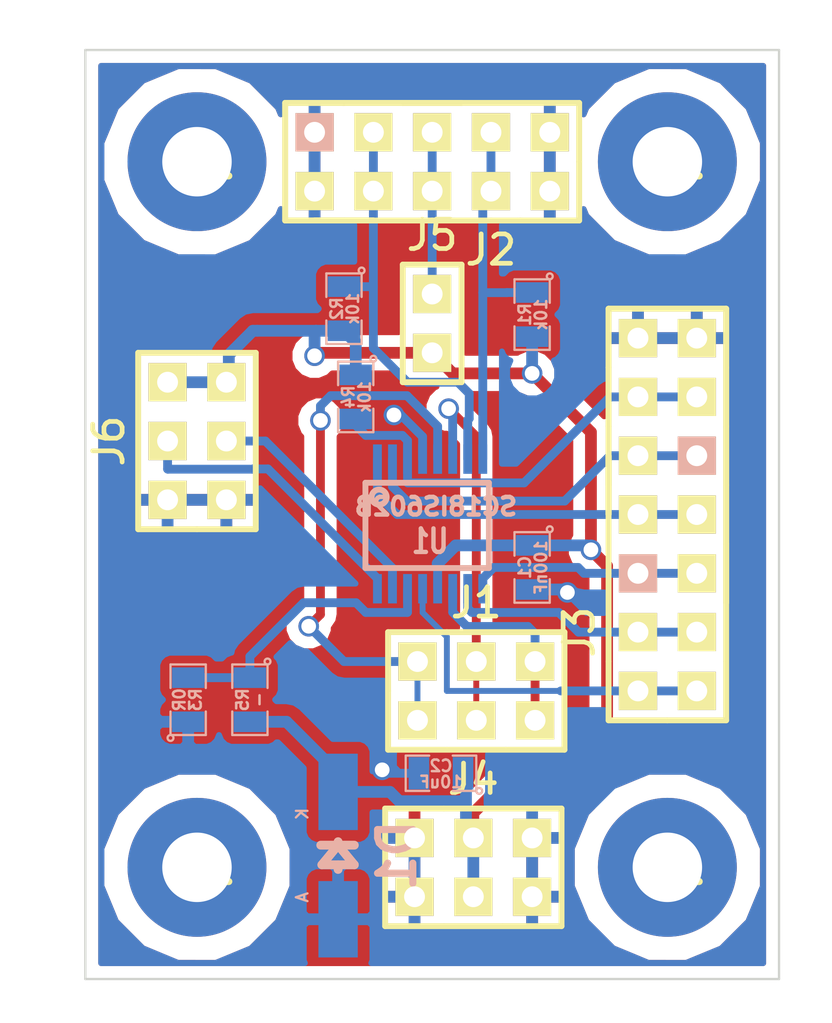
<source format=kicad_pcb>
(kicad_pcb (version 4) (host pcbnew "(2014-08-29 BZR 5106)-product")

  (general
    (links 59)
    (no_connects 0)
    (area 0.205999 -40.434001 30.274001 -0.205999)
    (thickness 1.6)
    (drawings 4)
    (tracks 174)
    (zones 0)
    (modules 19)
    (nets 18)
  )

  (page A4)
  (layers
    (0 F.Cu signal)
    (31 B.Cu signal)
    (32 B.Adhes user)
    (33 F.Adhes user)
    (34 B.Paste user)
    (35 F.Paste user)
    (36 B.SilkS user)
    (37 F.SilkS user)
    (38 B.Mask user)
    (39 F.Mask user)
    (40 Dwgs.User user)
    (41 Cmts.User user)
    (42 Eco1.User user)
    (43 Eco2.User user)
    (44 Edge.Cuts user)
    (45 Margin user)
    (46 B.CrtYd user)
    (47 F.CrtYd user)
    (48 B.Fab user)
    (49 F.Fab user)
  )

  (setup
    (last_trace_width 0.381)
    (trace_clearance 0.2)
    (zone_clearance 0.508)
    (zone_45_only no)
    (trace_min 0.254)
    (segment_width 0.2)
    (edge_width 0.1)
    (via_size 0.889)
    (via_drill 0.635)
    (via_min_size 0.889)
    (via_min_drill 0.508)
    (uvia_size 0.508)
    (uvia_drill 0.127)
    (uvias_allowed no)
    (uvia_min_size 0.508)
    (uvia_min_drill 0.127)
    (pcb_text_width 0.3)
    (pcb_text_size 1.5 1.5)
    (mod_edge_width 0.15)
    (mod_text_size 1 1)
    (mod_text_width 0.15)
    (pad_size 6 6)
    (pad_drill 3)
    (pad_to_mask_clearance 0)
    (aux_axis_origin 111.125 136.525)
    (visible_elements 7FFFFFFF)
    (pcbplotparams
      (layerselection 0x00030_80000001)
      (usegerberextensions false)
      (excludeedgelayer true)
      (linewidth 0.100000)
      (plotframeref false)
      (viasonmask false)
      (mode 1)
      (useauxorigin false)
      (hpglpennumber 1)
      (hpglpenspeed 20)
      (hpglpendiameter 15)
      (hpglpenoverlay 2)
      (psnegative false)
      (psa4output false)
      (plotreference true)
      (plotvalue true)
      (plotinvisibletext false)
      (padsonsilk false)
      (subtractmaskfromsilk false)
      (outputformat 1)
      (mirror false)
      (drillshape 1)
      (scaleselection 1)
      (outputdirectory ""))
  )

  (net 0 "")
  (net 1 VDD)
  (net 2 GND)
  (net 3 /MISO)
  (net 4 /MOSI)
  (net 5 /SPICLK)
  (net 6 "Net-(J2-Pad3)")
  (net 7 /#SS3)
  (net 8 /#SS0)
  (net 9 /#INT)
  (net 10 /#SS1)
  (net 11 /#SS2)
  (net 12 /#RES)
  (net 13 /A1)
  (net 14 /A2)
  (net 15 /A0)
  (net 16 /SCL)
  (net 17 /SDA)

  (net_class Default "Toto je výchozí třída sítě."
    (clearance 0.2)
    (trace_width 0.381)
    (via_dia 0.889)
    (via_drill 0.635)
    (uvia_dia 0.508)
    (uvia_drill 0.127)
    (add_net /#INT)
    (add_net /#RES)
    (add_net /#SS0)
    (add_net /#SS1)
    (add_net /#SS2)
    (add_net /#SS3)
    (add_net /A0)
    (add_net /A1)
    (add_net /A2)
    (add_net /MISO)
    (add_net /MOSI)
    (add_net /SCL)
    (add_net /SDA)
    (add_net /SPICLK)
    (add_net GND)
    (add_net "Net-(J2-Pad3)")
  )

  (net_class vdd ""
    (clearance 0.254)
    (trace_width 0.508)
    (via_dia 0.889)
    (via_drill 0.635)
    (uvia_dia 0.508)
    (uvia_drill 0.127)
    (add_net VDD)
  )

  (module MLAB_Mechanical:MountingHole_3mm placed (layer F.Cu) (tedit 54345FDC) (tstamp 5455F0D4)
    (at 25.4 -5.08)
    (descr "Mounting hole, Befestigungsbohrung, 3mm, No Annular, Kein Restring,")
    (tags "Mounting hole, Befestigungsbohrung, 3mm, No Annular, Kein Restring,")
    (fp_text reference P1 (at 0.1778 -0.0762) (layer F.SilkS)
      (effects (font (thickness 0.3048)))
    )
    (fp_text value CONN_1 (at 1.00076 5.00126) (layer F.SilkS) hide
      (effects (font (thickness 0.3048)))
    )
    (fp_circle (center 0 0) (end 2.99974 0) (layer Cmts.User) (width 0.381))
    (pad 1 thru_hole circle (at 0 0) (size 6 6) (drill 3) (layers *.Cu *.Adhes *.Mask)
      (clearance 1) (zone_connect 2))
  )

  (module MLAB_Mechanical:MountingHole_3mm placed (layer F.Cu) (tedit 54345FDC) (tstamp 5455F0CE)
    (at 25.4 -35.56)
    (descr "Mounting hole, Befestigungsbohrung, 3mm, No Annular, Kein Restring,")
    (tags "Mounting hole, Befestigungsbohrung, 3mm, No Annular, Kein Restring,")
    (fp_text reference P1 (at 0.1778 -0.0762) (layer F.SilkS)
      (effects (font (thickness 0.3048)))
    )
    (fp_text value CONN_1 (at 1.00076 5.00126) (layer F.SilkS) hide
      (effects (font (thickness 0.3048)))
    )
    (fp_circle (center 0 0) (end 2.99974 0) (layer Cmts.User) (width 0.381))
    (pad 1 thru_hole circle (at 0 0) (size 6 6) (drill 3) (layers *.Cu *.Adhes *.Mask)
      (clearance 1) (zone_connect 2))
  )

  (module MLAB_Mechanical:MountingHole_3mm placed (layer F.Cu) (tedit 54345FDC) (tstamp 5455ED22)
    (at 5.08 -5.08)
    (descr "Mounting hole, Befestigungsbohrung, 3mm, No Annular, Kein Restring,")
    (tags "Mounting hole, Befestigungsbohrung, 3mm, No Annular, Kein Restring,")
    (fp_text reference P1 (at 0.1778 -0.0762) (layer F.SilkS)
      (effects (font (thickness 0.3048)))
    )
    (fp_text value CONN_1 (at 1.00076 5.00126) (layer F.SilkS) hide
      (effects (font (thickness 0.3048)))
    )
    (fp_circle (center 0 0) (end 2.99974 0) (layer Cmts.User) (width 0.381))
    (pad 1 thru_hole circle (at 0 0) (size 6 6) (drill 3) (layers *.Cu *.Adhes *.Mask)
      (clearance 1) (zone_connect 2))
  )

  (module MLAB_Mechanical:MountingHole_3mm placed (layer F.Cu) (tedit 54345FDC) (tstamp 5455F007)
    (at 5.08 -35.56)
    (descr "Mounting hole, Befestigungsbohrung, 3mm, No Annular, Kein Restring,")
    (tags "Mounting hole, Befestigungsbohrung, 3mm, No Annular, Kein Restring,")
    (fp_text reference P1 (at 0.1778 -0.0762) (layer F.SilkS)
      (effects (font (thickness 0.3048)))
    )
    (fp_text value CONN_1 (at 1.00076 5.00126) (layer F.SilkS) hide
      (effects (font (thickness 0.3048)))
    )
    (fp_circle (center 0 0) (end 2.99974 0) (layer Cmts.User) (width 0.381))
    (pad 1 thru_hole circle (at 0 0) (size 6 6) (drill 3) (layers *.Cu *.Adhes *.Mask)
      (clearance 1) (zone_connect 2))
  )

  (module SMD_Packages:SMD-0805 (layer B.Cu) (tedit 53FC49F2) (tstamp 545E7187)
    (at 19.558 -28.956 270)
    (path /53F431F1)
    (attr smd)
    (fp_text reference R1 (at 0 0.3175 270) (layer B.SilkS)
      (effects (font (size 0.50038 0.50038) (thickness 0.10922)) (justify mirror))
    )
    (fp_text value 10k (at 0 -0.381 270) (layer B.SilkS)
      (effects (font (size 0.50038 0.50038) (thickness 0.10922)) (justify mirror))
    )
    (fp_circle (center -1.651 -0.762) (end -1.651 -0.635) (layer B.SilkS) (width 0.09906))
    (fp_line (start -0.508 -0.762) (end -1.524 -0.762) (layer B.SilkS) (width 0.09906))
    (fp_line (start -1.524 -0.762) (end -1.524 0.762) (layer B.SilkS) (width 0.09906))
    (fp_line (start -1.524 0.762) (end -0.508 0.762) (layer B.SilkS) (width 0.09906))
    (fp_line (start 0.508 0.762) (end 1.524 0.762) (layer B.SilkS) (width 0.09906))
    (fp_line (start 1.524 0.762) (end 1.524 -0.762) (layer B.SilkS) (width 0.09906))
    (fp_line (start 1.524 -0.762) (end 0.508 -0.762) (layer B.SilkS) (width 0.09906))
    (pad 1 smd rect (at -0.9525 0 270) (size 0.889 1.397) (layers B.Cu B.Paste B.Mask)
      (net 16 /SCL))
    (pad 2 smd rect (at 0.9525 0 270) (size 0.889 1.397) (layers B.Cu B.Paste B.Mask)
      (net 1 VDD))
    (model smd/chip_cms.wrl
      (at (xyz 0 0 0))
      (scale (xyz 0.1 0.1 0.1))
      (rotate (xyz 0 0 0))
    )
  )

  (module Pin_Header_Straight_1x03:Pin_Header_Straight_2x05 placed (layer F.Cu) (tedit 53F5A718) (tstamp 543EB156)
    (at 17.78 -35.56 180)
    (descr "1 pin")
    (tags "CONN DEV")
    (path /53F4A312)
    (fp_text reference J2 (at 0 -3.81 180) (layer F.SilkS)
      (effects (font (size 1.27 1.27) (thickness 0.2032)))
    )
    (fp_text value JUMP_5X2 (at 1.27 0 180) (layer F.SilkS) hide
      (effects (font (size 1.27 1.27) (thickness 0.2032)))
    )
    (fp_line (start -1.27 -2.54) (end 0 -2.54) (layer F.SilkS) (width 0.254))
    (fp_line (start -3.81 -2.54) (end -1.27 -2.54) (layer F.SilkS) (width 0.254))
    (fp_line (start 8.89 2.54) (end 8.89 -2.54) (layer F.SilkS) (width 0.254))
    (fp_line (start 6.35 -2.54) (end 8.89 -2.54) (layer F.SilkS) (width 0.254))
    (fp_line (start 6.35 2.54) (end 8.89 2.54) (layer F.SilkS) (width 0.254))
    (fp_line (start 6.35 2.54) (end 8.89 2.54) (layer F.SilkS) (width 0.254))
    (fp_line (start 6.35 -2.54) (end 8.89 -2.54) (layer F.SilkS) (width 0.254))
    (fp_line (start 8.89 2.54) (end 8.89 -2.54) (layer F.SilkS) (width 0.254))
    (fp_line (start 5.08 -2.54) (end 7.62 -2.54) (layer F.SilkS) (width 0.254))
    (fp_line (start 1.27 2.54) (end 3.81 2.54) (layer F.SilkS) (width 0.254))
    (fp_line (start 1.27 2.54) (end 3.81 2.54) (layer F.SilkS) (width 0.254))
    (fp_line (start 5.08 -2.54) (end 7.62 -2.54) (layer F.SilkS) (width 0.254))
    (fp_line (start 5.08 -2.54) (end 7.62 -2.54) (layer F.SilkS) (width 0.254))
    (fp_line (start 3.81 2.54) (end 6.35 2.54) (layer F.SilkS) (width 0.254))
    (fp_line (start 3.81 2.54) (end 6.35 2.54) (layer F.SilkS) (width 0.254))
    (fp_line (start 5.08 -2.54) (end 7.62 -2.54) (layer F.SilkS) (width 0.254))
    (fp_line (start -3.81 2.54) (end 3.81 2.54) (layer F.SilkS) (width 0.254))
    (fp_line (start 7.62 -2.54) (end 2.54 -2.54) (layer F.SilkS) (width 0.254))
    (fp_line (start -3.81 2.54) (end -3.81 0) (layer F.SilkS) (width 0.254))
    (fp_line (start -3.81 -2.54) (end -3.81 0) (layer F.SilkS) (width 0.254))
    (fp_line (start 2.54 -2.54) (end 0 -2.54) (layer F.SilkS) (width 0.254))
    (pad 9 thru_hole rect (at 0 -1.27 180) (size 1.651 1.651) (drill 0.9) (layers *.Cu *.Mask F.SilkS)
      (net 16 /SCL))
    (pad 5 thru_hole rect (at 7.62 1.27 180) (size 1.651 1.651) (drill 0.9) (layers *.Cu *.SilkS *.Mask)
      (net 2 GND))
    (pad 3 thru_hole rect (at 2.54 1.27 180) (size 1.651 1.651) (drill 0.9) (layers *.Cu *.Mask F.SilkS)
      (net 6 "Net-(J2-Pad3)"))
    (pad 6 thru_hole rect (at 7.62 -1.27 180) (size 1.651 1.651) (drill 0.9) (layers *.Cu *.Mask F.SilkS)
      (net 2 GND))
    (pad 1 thru_hole rect (at -2.54 1.27 180) (size 1.651 1.651) (drill 0.9) (layers *.Cu *.Mask F.SilkS)
      (net 2 GND))
    (pad 2 thru_hole rect (at 0 1.27 180) (size 1.651 1.651) (drill 0.9) (layers *.Cu *.Mask F.SilkS)
      (net 16 /SCL))
    (pad 4 thru_hole rect (at 5.08 1.27 180) (size 1.651 1.651) (drill 0.9) (layers *.Cu *.Mask F.SilkS)
      (net 17 /SDA))
    (pad 10 thru_hole rect (at -2.54 -1.27 180) (size 1.651 1.651) (drill 0.9) (layers *.Cu *.Mask F.SilkS)
      (net 2 GND))
    (pad 7 thru_hole rect (at 5.08 -1.27 180) (size 1.651 1.651) (drill 0.9) (layers *.Cu *.Mask F.SilkS)
      (net 17 /SDA))
    (pad 8 thru_hole rect (at 2.54 -1.27 180) (size 1.651 1.651) (drill 0.9) (layers *.Cu *.Mask F.SilkS)
      (net 6 "Net-(J2-Pad3)"))
    (model Pin_Headers/Pin_Header_Straight_2x03.wrl
      (at (xyz 0 0 0))
      (scale (xyz 1 1 1))
      (rotate (xyz 0 0 0))
    )
  )

  (module SMD_Packages:SMD-0805 (layer B.Cu) (tedit 53FC49F2) (tstamp 5467D005)
    (at 19.558 -18.034 270)
    (path /53F4A074)
    (attr smd)
    (fp_text reference C1 (at 0 0.3175 270) (layer B.SilkS)
      (effects (font (size 0.50038 0.50038) (thickness 0.10922)) (justify mirror))
    )
    (fp_text value 100nF (at 0 -0.381 270) (layer B.SilkS)
      (effects (font (size 0.50038 0.50038) (thickness 0.10922)) (justify mirror))
    )
    (fp_circle (center -1.651 -0.762) (end -1.651 -0.635) (layer B.SilkS) (width 0.09906))
    (fp_line (start -0.508 -0.762) (end -1.524 -0.762) (layer B.SilkS) (width 0.09906))
    (fp_line (start -1.524 -0.762) (end -1.524 0.762) (layer B.SilkS) (width 0.09906))
    (fp_line (start -1.524 0.762) (end -0.508 0.762) (layer B.SilkS) (width 0.09906))
    (fp_line (start 0.508 0.762) (end 1.524 0.762) (layer B.SilkS) (width 0.09906))
    (fp_line (start 1.524 0.762) (end 1.524 -0.762) (layer B.SilkS) (width 0.09906))
    (fp_line (start 1.524 -0.762) (end 0.508 -0.762) (layer B.SilkS) (width 0.09906))
    (pad 1 smd rect (at -0.9525 0 270) (size 0.889 1.397) (layers B.Cu B.Paste B.Mask)
      (net 1 VDD))
    (pad 2 smd rect (at 0.9525 0 270) (size 0.889 1.397) (layers B.Cu B.Paste B.Mask)
      (net 2 GND))
    (model smd/chip_cms.wrl
      (at (xyz 0 0 0))
      (scale (xyz 0.1 0.1 0.1))
      (rotate (xyz 0 0 0))
    )
  )

  (module SMD_Packages:SMD-0805 (layer B.Cu) (tedit 53FC49F2) (tstamp 5469B833)
    (at 15.621 -9.144 180)
    (path /53F4A083)
    (attr smd)
    (fp_text reference C2 (at 0 0.3175 180) (layer B.SilkS)
      (effects (font (size 0.50038 0.50038) (thickness 0.10922)) (justify mirror))
    )
    (fp_text value 10uF (at 0 -0.381 180) (layer B.SilkS)
      (effects (font (size 0.50038 0.50038) (thickness 0.10922)) (justify mirror))
    )
    (fp_circle (center -1.651 -0.762) (end -1.651 -0.635) (layer B.SilkS) (width 0.09906))
    (fp_line (start -0.508 -0.762) (end -1.524 -0.762) (layer B.SilkS) (width 0.09906))
    (fp_line (start -1.524 -0.762) (end -1.524 0.762) (layer B.SilkS) (width 0.09906))
    (fp_line (start -1.524 0.762) (end -0.508 0.762) (layer B.SilkS) (width 0.09906))
    (fp_line (start 0.508 0.762) (end 1.524 0.762) (layer B.SilkS) (width 0.09906))
    (fp_line (start 1.524 0.762) (end 1.524 -0.762) (layer B.SilkS) (width 0.09906))
    (fp_line (start 1.524 -0.762) (end 0.508 -0.762) (layer B.SilkS) (width 0.09906))
    (pad 1 smd rect (at -0.9525 0 180) (size 0.889 1.397) (layers B.Cu B.Paste B.Mask)
      (net 1 VDD))
    (pad 2 smd rect (at 0.9525 0 180) (size 0.889 1.397) (layers B.Cu B.Paste B.Mask)
      (net 2 GND))
    (model smd/chip_cms.wrl
      (at (xyz 0 0 0))
      (scale (xyz 0.1 0.1 0.1))
      (rotate (xyz 0 0 0))
    )
  )

  (module Diodes_SMD:Diode-MiniMELF_Handsoldering (layer B.Cu) (tedit 53FC49F2) (tstamp 543EB10F)
    (at 11.176 -5.588 90)
    (descr "Diode Mini-MELF Handsoldering")
    (tags "Diode Mini-MELF Handsoldering")
    (path /53F4A0C0)
    (attr smd)
    (fp_text reference D1 (at 0 2.54 90) (layer B.SilkS)
      (effects (font (thickness 0.3048)) (justify mirror))
    )
    (fp_text value BZV55C-3,6V (at 0 -3.81 90) (layer B.SilkS) hide
      (effects (font (thickness 0.3048)) (justify mirror))
    )
    (fp_line (start 0.44958 0) (end 0.59944 0) (layer B.SilkS) (width 0.381))
    (fp_line (start -0.39878 0) (end -0.59944 0) (layer B.SilkS) (width 0.381))
    (fp_line (start 0.44958 0) (end 0.44958 -0.7493) (layer B.SilkS) (width 0.381))
    (fp_line (start 0.44958 0) (end 0.44958 0.70104) (layer B.SilkS) (width 0.381))
    (fp_line (start 0.44958 0) (end -0.39878 0.70104) (layer B.SilkS) (width 0.381))
    (fp_line (start -0.39878 0.70104) (end -0.39878 -0.70104) (layer B.SilkS) (width 0.381))
    (fp_line (start -0.39878 -0.70104) (end 0.44958 0) (layer B.SilkS) (width 0.381))
    (fp_text user A (at -1.80086 -1.5494 90) (layer B.SilkS)
      (effects (font (size 0.50038 0.50038) (thickness 0.09906)) (justify mirror))
    )
    (fp_text user K (at 1.80086 -1.5494 90) (layer B.SilkS)
      (effects (font (size 0.50038 0.50038) (thickness 0.09906)) (justify mirror))
    )
    (pad 1 smd rect (at -2.75082 0 90) (size 3.29946 1.69926) (layers B.Cu B.Paste B.Mask)
      (net 2 GND))
    (pad 2 smd rect (at 2.75082 0 90) (size 3.29946 1.69926) (layers B.Cu B.Paste B.Mask)
      (net 1 VDD))
    (model MiniMELF_DO213AA_Faktor03937_RevA_06Sep2012.wrl
      (at (xyz 0 0 0))
      (scale (xyz 0.3937 0.3937 0.3937))
      (rotate (xyz 0 0 0))
    )
  )

  (module Pin_Header_Straight_1x03:Pin_Header_Straight_2x03 placed (layer F.Cu) (tedit 53FC40CD) (tstamp 5455D3C1)
    (at 17.145 -12.7)
    (descr "1 pin")
    (tags "CONN DEV")
    (path /53F6FB02)
    (fp_text reference J1 (at 0 -3.81) (layer F.SilkS)
      (effects (font (size 1.27 1.27) (thickness 0.2032)))
    )
    (fp_text value JUMP_3X2 (at 0 0) (layer F.SilkS) hide
      (effects (font (size 1.27 1.27) (thickness 0.2032)))
    )
    (fp_line (start -3.81 2.54) (end 3.81 2.54) (layer F.SilkS) (width 0.254))
    (fp_line (start 3.81 2.54) (end 3.81 -2.54) (layer F.SilkS) (width 0.254))
    (fp_line (start 3.81 -2.54) (end -1.27 -2.54) (layer F.SilkS) (width 0.254))
    (fp_line (start -3.81 2.54) (end -3.81 0) (layer F.SilkS) (width 0.254))
    (fp_line (start -3.81 -2.54) (end -3.81 0) (layer F.SilkS) (width 0.254))
    (fp_line (start -1.27 -2.54) (end -3.81 -2.54) (layer F.SilkS) (width 0.254))
    (pad 1 thru_hole rect (at -2.54 1.27) (size 1.651 1.651) (drill 0.9) (layers *.Cu *.Mask F.SilkS)
      (net 3 /MISO))
    (pad 2 thru_hole rect (at 0 1.27) (size 1.651 1.651) (drill 0.9) (layers *.Cu *.Mask F.SilkS)
      (net 4 /MOSI))
    (pad 3 thru_hole rect (at 2.54 1.27) (size 1.651 1.651) (drill 0.9) (layers *.Cu *.Mask F.SilkS)
      (net 5 /SPICLK))
    (pad 4 thru_hole rect (at 2.54 -1.27) (size 1.651 1.651) (drill 0.9) (layers *.Cu *.Mask F.SilkS)
      (net 5 /SPICLK))
    (pad 5 thru_hole rect (at 0 -1.27) (size 1.651 1.651) (drill 0.9) (layers *.Cu *.Mask F.SilkS)
      (net 4 /MOSI))
    (pad 6 thru_hole rect (at -2.54 -1.27) (size 1.651 1.651) (drill 0.9) (layers *.Cu *.Mask F.SilkS)
      (net 3 /MISO))
    (model Pin_Headers/Pin_Header_Straight_2x03.wrl
      (at (xyz 0 0 0))
      (scale (xyz 1 1 1))
      (rotate (xyz 0 0 0))
    )
  )

  (module Pin_Header_Straight_1x03:Pin_Header_Straight_2x07 placed (layer F.Cu) (tedit 53F5A763) (tstamp 5467CFEA)
    (at 25.4 -15.24 90)
    (descr "1 pin")
    (tags "CONN DEV")
    (path /53F4AC0B)
    (fp_text reference J3 (at 0 -3.81 90) (layer F.SilkS)
      (effects (font (size 1.27 1.27) (thickness 0.2032)))
    )
    (fp_text value JUMP_7X2 (at 5.08 0 90) (layer F.SilkS) hide
      (effects (font (size 1.27 1.27) (thickness 0.2032)))
    )
    (fp_line (start 13.97 2.54) (end 13.97 -2.54) (layer F.SilkS) (width 0.254))
    (fp_line (start 11.43 -2.54) (end 13.97 -2.54) (layer F.SilkS) (width 0.254))
    (fp_line (start 11.43 2.54) (end 13.97 2.54) (layer F.SilkS) (width 0.254))
    (fp_line (start 11.43 2.54) (end 13.97 2.54) (layer F.SilkS) (width 0.254))
    (fp_line (start 11.43 -2.54) (end 13.97 -2.54) (layer F.SilkS) (width 0.254))
    (fp_line (start 13.97 2.54) (end 13.97 -2.54) (layer F.SilkS) (width 0.254))
    (fp_line (start 8.89 -2.54) (end 11.43 -2.54) (layer F.SilkS) (width 0.254))
    (fp_line (start 8.89 2.54) (end 11.43 2.54) (layer F.SilkS) (width 0.254))
    (fp_line (start 8.89 2.54) (end 11.43 2.54) (layer F.SilkS) (width 0.254))
    (fp_line (start 8.89 -2.54) (end 11.43 -2.54) (layer F.SilkS) (width 0.254))
    (fp_line (start -1.27 -2.54) (end 0 -2.54) (layer F.SilkS) (width 0.254))
    (fp_line (start -3.81 -2.54) (end -1.27 -2.54) (layer F.SilkS) (width 0.254))
    (fp_line (start 6.35 -2.54) (end 8.89 -2.54) (layer F.SilkS) (width 0.254))
    (fp_line (start 6.35 2.54) (end 8.89 2.54) (layer F.SilkS) (width 0.254))
    (fp_line (start 6.35 2.54) (end 8.89 2.54) (layer F.SilkS) (width 0.254))
    (fp_line (start 6.35 -2.54) (end 8.89 -2.54) (layer F.SilkS) (width 0.254))
    (fp_line (start 5.08 -2.54) (end 7.62 -2.54) (layer F.SilkS) (width 0.254))
    (fp_line (start 1.27 2.54) (end 3.81 2.54) (layer F.SilkS) (width 0.254))
    (fp_line (start 1.27 2.54) (end 3.81 2.54) (layer F.SilkS) (width 0.254))
    (fp_line (start 5.08 -2.54) (end 7.62 -2.54) (layer F.SilkS) (width 0.254))
    (fp_line (start 5.08 -2.54) (end 7.62 -2.54) (layer F.SilkS) (width 0.254))
    (fp_line (start 3.81 2.54) (end 6.35 2.54) (layer F.SilkS) (width 0.254))
    (fp_line (start 3.81 2.54) (end 6.35 2.54) (layer F.SilkS) (width 0.254))
    (fp_line (start 5.08 -2.54) (end 7.62 -2.54) (layer F.SilkS) (width 0.254))
    (fp_line (start -3.81 2.54) (end 3.81 2.54) (layer F.SilkS) (width 0.254))
    (fp_line (start 7.62 -2.54) (end 2.54 -2.54) (layer F.SilkS) (width 0.254))
    (fp_line (start -3.81 2.54) (end -3.81 0) (layer F.SilkS) (width 0.254))
    (fp_line (start -3.81 -2.54) (end -3.81 0) (layer F.SilkS) (width 0.254))
    (fp_line (start 2.54 -2.54) (end 0 -2.54) (layer F.SilkS) (width 0.254))
    (pad 7 thru_hole rect (at 12.7 1.27 90) (size 1.651 1.651) (drill 0.9) (layers *.Cu *.Mask F.SilkS)
      (net 2 GND))
    (pad 14 thru_hole rect (at -2.54 -1.27 90) (size 1.651 1.651) (drill 0.9) (layers *.Cu *.Mask F.SilkS)
      (net 7 /#SS3))
    (pad 6 thru_hole rect (at 10.16 1.27 90) (size 1.651 1.651) (drill 0.9) (layers *.Cu *.Mask F.SilkS)
      (net 12 /#RES))
    (pad 12 thru_hole rect (at 2.54 -1.27 90) (size 1.651 1.651) (drill 0.9) (layers *.Cu *.SilkS *.Mask)
      (net 9 /#INT))
    (pad 9 thru_hole rect (at 10.16 -1.27 90) (size 1.651 1.651) (drill 0.9) (layers *.Cu *.Mask F.SilkS)
      (net 12 /#RES))
    (pad 5 thru_hole rect (at 7.62 1.27 90) (size 1.651 1.651) (drill 0.9) (layers *.Cu *.SilkS *.Mask)
      (net 10 /#SS1))
    (pad 3 thru_hole rect (at 2.54 1.27 90) (size 1.651 1.651) (drill 0.9) (layers *.Cu *.Mask F.SilkS)
      (net 9 /#INT))
    (pad 11 thru_hole rect (at 5.08 -1.27 90) (size 1.651 1.651) (drill 0.9) (layers *.Cu *.Mask F.SilkS)
      (net 8 /#SS0))
    (pad 1 thru_hole rect (at -2.54 1.27 90) (size 1.651 1.651) (drill 0.9) (layers *.Cu *.Mask F.SilkS)
      (net 7 /#SS3))
    (pad 2 thru_hole rect (at 0 1.27 90) (size 1.651 1.651) (drill 0.9) (layers *.Cu *.Mask F.SilkS)
      (net 11 /#SS2))
    (pad 4 thru_hole rect (at 5.08 1.27 90) (size 1.651 1.651) (drill 0.9) (layers *.Cu *.Mask F.SilkS)
      (net 8 /#SS0))
    (pad 10 thru_hole rect (at 7.62 -1.27 90) (size 1.651 1.651) (drill 0.9) (layers *.Cu *.Mask F.SilkS)
      (net 10 /#SS1))
    (pad 13 thru_hole rect (at 0 -1.27 90) (size 1.651 1.651) (drill 0.9) (layers *.Cu *.Mask F.SilkS)
      (net 11 /#SS2))
    (pad 8 thru_hole rect (at 12.7 -1.27 90) (size 1.651 1.651) (drill 0.9) (layers *.Cu *.Mask F.SilkS)
      (net 2 GND))
    (model Pin_Headers/Pin_Header_Straight_2x03.wrl
      (at (xyz 0 0 0))
      (scale (xyz 1 1 1))
      (rotate (xyz 0 0 0))
    )
  )

  (module Pin_Header_Straight_1x03:Pin_Header_Straight_2x03 placed (layer F.Cu) (tedit 53FC40CD) (tstamp 543EB0F0)
    (at 17.018 -5.08)
    (descr "1 pin")
    (tags "CONN DEV")
    (path /53F5BF15)
    (fp_text reference J4 (at 0 -3.81) (layer F.SilkS)
      (effects (font (size 1.27 1.27) (thickness 0.2032)))
    )
    (fp_text value JUMP_3X2 (at 0 0) (layer F.SilkS) hide
      (effects (font (size 1.27 1.27) (thickness 0.2032)))
    )
    (fp_line (start -3.81 2.54) (end 3.81 2.54) (layer F.SilkS) (width 0.254))
    (fp_line (start 3.81 2.54) (end 3.81 -2.54) (layer F.SilkS) (width 0.254))
    (fp_line (start 3.81 -2.54) (end -1.27 -2.54) (layer F.SilkS) (width 0.254))
    (fp_line (start -3.81 2.54) (end -3.81 0) (layer F.SilkS) (width 0.254))
    (fp_line (start -3.81 -2.54) (end -3.81 0) (layer F.SilkS) (width 0.254))
    (fp_line (start -1.27 -2.54) (end -3.81 -2.54) (layer F.SilkS) (width 0.254))
    (pad 1 thru_hole rect (at -2.54 1.27) (size 1.651 1.651) (drill 0.9) (layers *.Cu *.Mask F.SilkS)
      (net 2 GND))
    (pad 2 thru_hole rect (at 0 1.27) (size 1.651 1.651) (drill 0.9) (layers *.Cu *.Mask F.SilkS)
      (net 1 VDD))
    (pad 3 thru_hole rect (at 2.54 1.27) (size 1.651 1.651) (drill 0.9) (layers *.Cu *.Mask F.SilkS)
      (net 2 GND))
    (pad 4 thru_hole rect (at 2.54 -1.27) (size 1.651 1.651) (drill 0.9) (layers *.Cu *.Mask F.SilkS)
      (net 2 GND))
    (pad 5 thru_hole rect (at 0 -1.27) (size 1.651 1.651) (drill 0.9) (layers *.Cu *.Mask F.SilkS)
      (net 1 VDD))
    (pad 6 thru_hole rect (at -2.54 -1.27) (size 1.651 1.651) (drill 0.9) (layers *.Cu *.Mask F.SilkS)
      (net 2 GND))
    (model Pin_Headers/Pin_Header_Straight_2x03.wrl
      (at (xyz 0 0 0))
      (scale (xyz 1 1 1))
      (rotate (xyz 0 0 0))
    )
  )

  (module Pin_Header_Straight_1x03:Pin_Header_Straight_2x01 placed (layer F.Cu) (tedit 53FC40CD) (tstamp 53FC4A6D)
    (at 15.24 -28.575)
    (descr "1 pin")
    (tags "CONN DEV")
    (path /53F4A6F0)
    (fp_text reference J5 (at 0 -3.81) (layer F.SilkS)
      (effects (font (size 1.27 1.27) (thickness 0.2032)))
    )
    (fp_text value CONN1_2 (at 0 0) (layer F.SilkS) hide
      (effects (font (size 1.27 1.27) (thickness 0.2032)))
    )
    (fp_line (start -1.27 -2.54) (end 1.27 -2.54) (layer F.SilkS) (width 0.254))
    (fp_line (start 1.27 -2.54) (end 1.27 2.54) (layer F.SilkS) (width 0.254))
    (fp_line (start 1.27 2.54) (end -1.27 2.54) (layer F.SilkS) (width 0.254))
    (fp_line (start -1.27 2.54) (end -1.27 -2.54) (layer F.SilkS) (width 0.254))
    (pad 2 thru_hole rect (at 0 1.27) (size 1.651 1.651) (drill 0.9) (layers *.Cu *.Mask F.SilkS)
      (net 1 VDD))
    (pad 1 thru_hole rect (at 0 -1.27) (size 1.651 1.651) (drill 0.9) (layers *.Cu *.Mask F.SilkS)
      (net 6 "Net-(J2-Pad3)"))
    (model Pin_Headers/Pin_Header_Straight_2x03.wrl
      (at (xyz 0 0 0))
      (scale (xyz 1 1 1))
      (rotate (xyz 0 0 0))
    )
  )

  (module Pin_Header_Straight_1x03:Pin_Header_Straight_2x03 placed (layer F.Cu) (tedit 53FC40CD) (tstamp 5455D4A6)
    (at 5.08 -23.495 90)
    (descr "1 pin")
    (tags "CONN DEV")
    (path /53FC1E43)
    (fp_text reference J6 (at 0 -3.81 90) (layer F.SilkS)
      (effects (font (size 1.27 1.27) (thickness 0.2032)))
    )
    (fp_text value JUMP_3X2_S (at 0 0 90) (layer F.SilkS) hide
      (effects (font (size 1.27 1.27) (thickness 0.2032)))
    )
    (fp_line (start -3.81 2.54) (end 3.81 2.54) (layer F.SilkS) (width 0.254))
    (fp_line (start 3.81 2.54) (end 3.81 -2.54) (layer F.SilkS) (width 0.254))
    (fp_line (start 3.81 -2.54) (end -1.27 -2.54) (layer F.SilkS) (width 0.254))
    (fp_line (start -3.81 2.54) (end -3.81 0) (layer F.SilkS) (width 0.254))
    (fp_line (start -3.81 -2.54) (end -3.81 0) (layer F.SilkS) (width 0.254))
    (fp_line (start -1.27 -2.54) (end -3.81 -2.54) (layer F.SilkS) (width 0.254))
    (pad 1 thru_hole rect (at -2.54 1.27 90) (size 1.651 1.651) (drill 0.9) (layers *.Cu *.Mask F.SilkS)
      (net 2 GND))
    (pad 2 thru_hole rect (at 0 1.27 90) (size 1.651 1.651) (drill 0.9) (layers *.Cu *.Mask F.SilkS)
      (net 13 /A1))
    (pad 3 thru_hole rect (at 2.54 1.27 90) (size 1.651 1.651) (drill 0.9) (layers *.Cu *.Mask F.SilkS)
      (net 1 VDD))
    (pad 4 thru_hole rect (at 2.54 -1.27 90) (size 1.651 1.651) (drill 0.9) (layers *.Cu *.Mask F.SilkS)
      (net 1 VDD))
    (pad 5 thru_hole rect (at 0 -1.27 90) (size 1.651 1.651) (drill 0.9) (layers *.Cu *.Mask F.SilkS)
      (net 14 /A2))
    (pad 6 thru_hole rect (at -2.54 -1.27 90) (size 1.651 1.651) (drill 0.9) (layers *.Cu *.Mask F.SilkS)
      (net 2 GND))
    (model Pin_Headers/Pin_Header_Straight_2x03.wrl
      (at (xyz 0 0 0))
      (scale (xyz 1 1 1))
      (rotate (xyz 0 0 0))
    )
  )

  (module SMD_Packages:SMD-0805 (layer B.Cu) (tedit 53FC49F2) (tstamp 545E7195)
    (at 11.43 -29.21 270)
    (path /53F43200)
    (attr smd)
    (fp_text reference R2 (at 0 0.3175 270) (layer B.SilkS)
      (effects (font (size 0.50038 0.50038) (thickness 0.10922)) (justify mirror))
    )
    (fp_text value 10k (at 0 -0.381 270) (layer B.SilkS)
      (effects (font (size 0.50038 0.50038) (thickness 0.10922)) (justify mirror))
    )
    (fp_circle (center -1.651 -0.762) (end -1.651 -0.635) (layer B.SilkS) (width 0.09906))
    (fp_line (start -0.508 -0.762) (end -1.524 -0.762) (layer B.SilkS) (width 0.09906))
    (fp_line (start -1.524 -0.762) (end -1.524 0.762) (layer B.SilkS) (width 0.09906))
    (fp_line (start -1.524 0.762) (end -0.508 0.762) (layer B.SilkS) (width 0.09906))
    (fp_line (start 0.508 0.762) (end 1.524 0.762) (layer B.SilkS) (width 0.09906))
    (fp_line (start 1.524 0.762) (end 1.524 -0.762) (layer B.SilkS) (width 0.09906))
    (fp_line (start 1.524 -0.762) (end 0.508 -0.762) (layer B.SilkS) (width 0.09906))
    (pad 1 smd rect (at -0.9525 0 270) (size 0.889 1.397) (layers B.Cu B.Paste B.Mask)
      (net 17 /SDA))
    (pad 2 smd rect (at 0.9525 0 270) (size 0.889 1.397) (layers B.Cu B.Paste B.Mask)
      (net 1 VDD))
    (model smd/chip_cms.wrl
      (at (xyz 0 0 0))
      (scale (xyz 0.1 0.1 0.1))
      (rotate (xyz 0 0 0))
    )
  )

  (module SMD_Packages:SMD-0805 (layer B.Cu) (tedit 53FC49F2) (tstamp 53FC4A89)
    (at 4.699 -12.319 90)
    (path /53F45480)
    (attr smd)
    (fp_text reference R3 (at 0 0.3175 90) (layer B.SilkS)
      (effects (font (size 0.50038 0.50038) (thickness 0.10922)) (justify mirror))
    )
    (fp_text value 0R (at 0 -0.381 90) (layer B.SilkS)
      (effects (font (size 0.50038 0.50038) (thickness 0.10922)) (justify mirror))
    )
    (fp_circle (center -1.651 -0.762) (end -1.651 -0.635) (layer B.SilkS) (width 0.09906))
    (fp_line (start -0.508 -0.762) (end -1.524 -0.762) (layer B.SilkS) (width 0.09906))
    (fp_line (start -1.524 -0.762) (end -1.524 0.762) (layer B.SilkS) (width 0.09906))
    (fp_line (start -1.524 0.762) (end -0.508 0.762) (layer B.SilkS) (width 0.09906))
    (fp_line (start 0.508 0.762) (end 1.524 0.762) (layer B.SilkS) (width 0.09906))
    (fp_line (start 1.524 0.762) (end 1.524 -0.762) (layer B.SilkS) (width 0.09906))
    (fp_line (start 1.524 -0.762) (end 0.508 -0.762) (layer B.SilkS) (width 0.09906))
    (pad 1 smd rect (at -0.9525 0 90) (size 0.889 1.397) (layers B.Cu B.Paste B.Mask)
      (net 2 GND))
    (pad 2 smd rect (at 0.9525 0 90) (size 0.889 1.397) (layers B.Cu B.Paste B.Mask)
      (net 15 /A0))
    (model smd/chip_cms.wrl
      (at (xyz 0 0 0))
      (scale (xyz 0.1 0.1 0.1))
      (rotate (xyz 0 0 0))
    )
  )

  (module SMD_Packages:SMD-0805 (layer B.Cu) (tedit 53FC49F2) (tstamp 5467C6EB)
    (at 11.938 -25.4 270)
    (path /53F583DD)
    (attr smd)
    (fp_text reference R4 (at 0 0.3175 270) (layer B.SilkS)
      (effects (font (size 0.50038 0.50038) (thickness 0.10922)) (justify mirror))
    )
    (fp_text value 10k (at 0 -0.381 270) (layer B.SilkS)
      (effects (font (size 0.50038 0.50038) (thickness 0.10922)) (justify mirror))
    )
    (fp_circle (center -1.651 -0.762) (end -1.651 -0.635) (layer B.SilkS) (width 0.09906))
    (fp_line (start -0.508 -0.762) (end -1.524 -0.762) (layer B.SilkS) (width 0.09906))
    (fp_line (start -1.524 -0.762) (end -1.524 0.762) (layer B.SilkS) (width 0.09906))
    (fp_line (start -1.524 0.762) (end -0.508 0.762) (layer B.SilkS) (width 0.09906))
    (fp_line (start 0.508 0.762) (end 1.524 0.762) (layer B.SilkS) (width 0.09906))
    (fp_line (start 1.524 0.762) (end 1.524 -0.762) (layer B.SilkS) (width 0.09906))
    (fp_line (start 1.524 -0.762) (end 0.508 -0.762) (layer B.SilkS) (width 0.09906))
    (pad 1 smd rect (at -0.9525 0 270) (size 0.889 1.397) (layers B.Cu B.Paste B.Mask)
      (net 1 VDD))
    (pad 2 smd rect (at 0.9525 0 270) (size 0.889 1.397) (layers B.Cu B.Paste B.Mask)
      (net 12 /#RES))
    (model smd/chip_cms.wrl
      (at (xyz 0 0 0))
      (scale (xyz 0.1 0.1 0.1))
      (rotate (xyz 0 0 0))
    )
  )

  (module SMD_Packages:SMD-0805 (layer B.Cu) (tedit 53FC49F2) (tstamp 53FC4A95)
    (at 7.366 -12.319 270)
    (path /53F45462)
    (attr smd)
    (fp_text reference R5 (at 0 0.3175 270) (layer B.SilkS)
      (effects (font (size 0.50038 0.50038) (thickness 0.10922)) (justify mirror))
    )
    (fp_text value - (at 0 -0.381 270) (layer B.SilkS)
      (effects (font (size 0.50038 0.50038) (thickness 0.10922)) (justify mirror))
    )
    (fp_circle (center -1.651 -0.762) (end -1.651 -0.635) (layer B.SilkS) (width 0.09906))
    (fp_line (start -0.508 -0.762) (end -1.524 -0.762) (layer B.SilkS) (width 0.09906))
    (fp_line (start -1.524 -0.762) (end -1.524 0.762) (layer B.SilkS) (width 0.09906))
    (fp_line (start -1.524 0.762) (end -0.508 0.762) (layer B.SilkS) (width 0.09906))
    (fp_line (start 0.508 0.762) (end 1.524 0.762) (layer B.SilkS) (width 0.09906))
    (fp_line (start 1.524 0.762) (end 1.524 -0.762) (layer B.SilkS) (width 0.09906))
    (fp_line (start 1.524 -0.762) (end 0.508 -0.762) (layer B.SilkS) (width 0.09906))
    (pad 1 smd rect (at -0.9525 0 270) (size 0.889 1.397) (layers B.Cu B.Paste B.Mask)
      (net 15 /A0))
    (pad 2 smd rect (at 0.9525 0 270) (size 0.889 1.397) (layers B.Cu B.Paste B.Mask)
      (net 1 VDD))
    (model smd/chip_cms.wrl
      (at (xyz 0 0 0))
      (scale (xyz 0.1 0.1 0.1))
      (rotate (xyz 0 0 0))
    )
  )

  (module SMD_Packages:TSSOP-16 (layer B.Cu) (tedit 53FC49F2) (tstamp 545E716B)
    (at 15.1511 -19.9136)
    (path /53F720BD)
    (attr smd)
    (fp_text reference U1 (at 0 0.7493) (layer B.SilkS)
      (effects (font (size 1.016 0.762) (thickness 0.1905)) (justify mirror))
    )
    (fp_text value SC18IS602B (at 0.24892 -0.7493) (layer B.SilkS)
      (effects (font (size 0.762 0.762) (thickness 0.1905)) (justify mirror))
    )
    (fp_line (start -2.794 1.905) (end 2.54 1.905) (layer B.SilkS) (width 0.254))
    (fp_line (start 2.54 1.905) (end 2.54 -1.778) (layer B.SilkS) (width 0.254))
    (fp_line (start 2.54 -1.778) (end -2.794 -1.778) (layer B.SilkS) (width 0.254))
    (fp_line (start -2.794 -1.778) (end -2.794 1.905) (layer B.SilkS) (width 0.254))
    (fp_circle (center -2.20218 -1.15824) (end -2.40538 -1.41224) (layer B.SilkS) (width 0.254))
    (pad 1 smd rect (at -2.27584 -2.79908) (size 0.381 1.27) (layers B.Cu B.Paste B.Mask)
      (net 8 /#SS0))
    (pad 2 smd rect (at -1.6256 -2.79908) (size 0.381 1.27) (layers B.Cu B.Paste B.Mask)
      (net 10 /#SS1))
    (pad 3 smd rect (at -0.97536 -2.79908) (size 0.381 1.27) (layers B.Cu B.Paste B.Mask)
      (net 12 /#RES))
    (pad 4 smd rect (at -0.32512 -2.79908) (size 0.381 1.27) (layers B.Cu B.Paste B.Mask)
      (net 2 GND))
    (pad 5 smd rect (at 0.32512 -2.79908) (size 0.381 1.27) (layers B.Cu B.Paste B.Mask)
      (net 3 /MISO))
    (pad 6 smd rect (at 0.97536 -2.79908) (size 0.381 1.27) (layers B.Cu B.Paste B.Mask)
      (net 4 /MOSI))
    (pad 7 smd rect (at 1.6256 -2.79908) (size 0.381 1.27) (layers B.Cu B.Paste B.Mask)
      (net 17 /SDA))
    (pad 8 smd rect (at 2.27584 -2.79908) (size 0.381 1.27) (layers B.Cu B.Paste B.Mask)
      (net 16 /SCL))
    (pad 9 smd rect (at 2.27584 2.79908) (size 0.381 1.27) (layers B.Cu B.Paste B.Mask)
      (net 9 /#INT))
    (pad 10 smd rect (at 1.6256 2.79908) (size 0.381 1.27) (layers B.Cu B.Paste B.Mask)
      (net 11 /#SS2))
    (pad 11 smd rect (at 0.97536 2.79908) (size 0.381 1.27) (layers B.Cu B.Paste B.Mask)
      (net 5 /SPICLK))
    (pad 12 smd rect (at 0.32512 2.79908) (size 0.381 1.27) (layers B.Cu B.Paste B.Mask)
      (net 1 VDD))
    (pad 13 smd rect (at -0.32512 2.79908) (size 0.381 1.27) (layers B.Cu B.Paste B.Mask)
      (net 7 /#SS3))
    (pad 14 smd rect (at -0.97536 2.79908) (size 0.381 1.27) (layers B.Cu B.Paste B.Mask)
      (net 15 /A0))
    (pad 15 smd rect (at -1.6256 2.79908) (size 0.381 1.27) (layers B.Cu B.Paste B.Mask)
      (net 13 /A1))
    (pad 16 smd rect (at -2.27584 2.79908) (size 0.381 1.27) (layers B.Cu B.Paste B.Mask)
      (net 14 /A2))
    (model smd\smd_dil\tssop-16.wrl
      (at (xyz 0 0 0))
      (scale (xyz 1 1 1))
      (rotate (xyz 0 0 0))
    )
  )

  (gr_line (start 30.224 -40.384) (end 0.256 -40.384) (angle 90) (layer Edge.Cuts) (width 0.1))
  (gr_line (start 30.224 -0.256) (end 30.224 -40.384) (angle 90) (layer Edge.Cuts) (width 0.1) (tstamp 5467C3CE))
  (gr_line (start 0.256 -0.256) (end 30.224 -0.256) (angle 90) (layer Edge.Cuts) (width 0.1))
  (gr_line (start 0.256 -40.384) (end 0.256 -0.256) (angle 90) (layer Edge.Cuts) (width 0.1))

  (segment (start 19.558 -26.416) (end 19.558 -28.0035) (width 0.508) (layer B.Cu) (net 1))
  (segment (start 3.81 -26.035) (end 6.35 -26.035) (width 0.508) (layer B.Cu) (net 1))
  (segment (start 15.24 -27.305) (end 10.287 -27.305) (width 0.508) (layer F.Cu) (net 1))
  (segment (start 10.287 -27.305) (end 10.16 -27.178) (width 0.508) (layer F.Cu) (net 1))
  (segment (start 19.558 -26.416) (end 16.129 -26.416) (width 0.508) (layer F.Cu) (net 1))
  (segment (start 16.129 -26.416) (end 15.24 -27.305) (width 0.508) (layer F.Cu) (net 1))
  (segment (start 22.098 -19.629703) (end 22.098 -18.796) (width 0.508) (layer F.Cu) (net 1))
  (segment (start 22.098 -19.629703) (end 22.098 -23.876) (width 0.508) (layer F.Cu) (net 1))
  (segment (start 22.098 -23.876) (end 19.558 -26.416) (width 0.508) (layer F.Cu) (net 1))
  (segment (start 19.558 -18.9865) (end 21.9075 -18.9865) (width 0.508) (layer B.Cu) (net 1))
  (segment (start 21.9075 -18.9865) (end 22.098 -18.796) (width 0.508) (layer B.Cu) (net 1))
  (segment (start 15.47622 -17.11452) (end 15.47622 -18.204182) (width 0.381) (layer B.Cu) (net 1))
  (segment (start 15.47622 -18.204182) (end 16.258538 -18.9865) (width 0.508) (layer B.Cu) (net 1))
  (segment (start 16.258538 -18.9865) (end 19.558 -18.9865) (width 0.508) (layer B.Cu) (net 1))
  (segment (start 11.176 -8.33882) (end 11.176 -9.13892) (width 0.508) (layer B.Cu) (net 1))
  (segment (start 11.176 -9.13892) (end 8.94842 -11.3665) (width 0.508) (layer B.Cu) (net 1))
  (segment (start 8.94842 -11.3665) (end 8.5725 -11.3665) (width 0.508) (layer B.Cu) (net 1))
  (segment (start 8.5725 -11.3665) (end 7.366 -11.3665) (width 0.508) (layer B.Cu) (net 1))
  (segment (start 17.018 -6.35) (end 17.018 -3.81) (width 0.508) (layer B.Cu) (net 1))
  (segment (start 11.176 -8.33882) (end 13.416278 -8.33882) (width 0.508) (layer B.Cu) (net 1))
  (segment (start 13.416278 -8.33882) (end 13.817599 -7.937499) (width 0.508) (layer B.Cu) (net 1))
  (segment (start 13.817599 -7.937499) (end 16.442742 -7.937499) (width 0.508) (layer B.Cu) (net 1))
  (segment (start 16.442742 -7.937499) (end 16.7005 -7.679741) (width 0.508) (layer B.Cu) (net 1))
  (segment (start 16.7005 -7.679741) (end 16.7005 -6.6675) (width 0.508) (layer B.Cu) (net 1))
  (segment (start 16.7005 -6.6675) (end 17.018 -6.35) (width 0.508) (layer B.Cu) (net 1))
  (segment (start 16.7005 -8.89) (end 16.7005 -7.679741) (width 0.508) (layer B.Cu) (net 1))
  (segment (start 17.018 -6.35) (end 17.018 -7.4295) (width 0.508) (layer F.Cu) (net 1))
  (segment (start 17.018 -7.4295) (end 18.0975 -8.509) (width 0.508) (layer F.Cu) (net 1))
  (segment (start 18.0975 -8.509) (end 21.844 -8.509) (width 0.508) (layer F.Cu) (net 1))
  (segment (start 21.844 -8.509) (end 22.796499 -9.461499) (width 0.508) (layer F.Cu) (net 1))
  (segment (start 22.796499 -9.461499) (end 22.796499 -18.097501) (width 0.508) (layer F.Cu) (net 1))
  (segment (start 22.796499 -18.097501) (end 22.098 -18.796) (width 0.508) (layer F.Cu) (net 1))
  (segment (start 10.2235 -28.2575) (end 10.16 -28.194) (width 0.508) (layer B.Cu) (net 1))
  (segment (start 10.16 -28.194) (end 10.16 -27.178) (width 0.508) (layer B.Cu) (net 1))
  (segment (start 6.455224 -27.219724) (end 6.455224 -26.140224) (width 0.508) (layer B.Cu) (net 1))
  (segment (start 6.455224 -26.140224) (end 6.35 -26.035) (width 0.508) (layer B.Cu) (net 1))
  (segment (start 7.679416 -28.2575) (end 7.493 -28.2575) (width 0.508) (layer B.Cu) (net 1))
  (segment (start 7.493 -28.2575) (end 6.455224 -27.219724) (width 0.508) (layer B.Cu) (net 1))
  (segment (start 10.21907 -28.2575) (end 7.679416 -28.2575) (width 0.254) (layer B.Cu) (net 1))
  (segment (start 11.43 -28.2575) (end 10.2235 -28.2575) (width 0.508) (layer B.Cu) (net 1))
  (segment (start 10.2235 -28.2575) (end 7.679416 -28.2575) (width 0.508) (layer B.Cu) (net 1))
  (segment (start 11.938 -26.3525) (end 11.938 -27.7495) (width 0.508) (layer B.Cu) (net 1))
  (segment (start 11.938 -27.7495) (end 11.43 -28.2575) (width 0.508) (layer B.Cu) (net 1))
  (via (at 22.098 -18.796) (size 0.889) (drill 0.635) (layers F.Cu B.Cu) (net 1))
  (via (at 10.16 -27.178) (size 0.889) (drill 0.635) (layers F.Cu B.Cu) (net 1))
  (segment (start 10.21907 -27.23707) (end 10.16 -27.178) (width 0.254) (layer B.Cu) (net 1))
  (segment (start 10.21907 -28.2575) (end 10.21907 -27.23707) (width 0.254) (layer B.Cu) (net 1))
  (segment (start 11.43 -28.2575) (end 10.21907 -28.2575) (width 0.254) (layer B.Cu) (net 1))
  (via (at 19.558 -26.416) (size 0.889) (drill 0.635) (layers F.Cu B.Cu) (net 1))
  (segment (start 14.6685 -9.144) (end 13.22833 -9.144) (width 0.381) (layer B.Cu) (net 2))
  (segment (start 13.22833 -9.144) (end 13.081 -9.29133) (width 0.381) (layer B.Cu) (net 2))
  (segment (start 13.315979 -24.618979) (end 13.208 -24.511) (width 0.381) (layer F.Cu) (net 2))
  (segment (start 13.589 -24.618979) (end 13.315979 -24.618979) (width 0.381) (layer F.Cu) (net 2))
  (segment (start 14.82598 -22.71268) (end 14.82598 -23.683309) (width 0.381) (layer B.Cu) (net 2))
  (segment (start 14.82598 -23.683309) (end 13.89031 -24.618979) (width 0.381) (layer B.Cu) (net 2))
  (segment (start 13.89031 -24.618979) (end 13.589 -24.618979) (width 0.381) (layer B.Cu) (net 2))
  (via (at 13.589 -24.618979) (size 0.889) (drill 0.635) (layers F.Cu B.Cu) (net 2))
  (segment (start 12.636501 -9.735829) (end 13.081 -9.29133) (width 0.381) (layer F.Cu) (net 2))
  (segment (start 12.636501 -9.735829) (end 12.636501 -10.223499) (width 0.381) (layer F.Cu) (net 2))
  (via (at 13.081 -9.29133) (size 0.889) (drill 0.635) (layers F.Cu B.Cu) (net 2))
  (segment (start 19.558 -17.0815) (end 20.95499 -17.0815) (width 0.381) (layer B.Cu) (net 2))
  (segment (start 20.95499 -17.0815) (end 21.082 -16.95449) (width 0.381) (layer B.Cu) (net 2))
  (via (at 21.082 -16.95449) (size 0.889) (drill 0.635) (layers F.Cu B.Cu) (net 2))
  (segment (start 14.605 -13.97) (end 11.43 -13.97) (width 0.381) (layer B.Cu) (net 3))
  (segment (start 11.43 -13.97) (end 9.906 -15.494) (width 0.381) (layer B.Cu) (net 3))
  (segment (start 10.405854 -15.993854) (end 9.906 -15.494) (width 0.381) (layer F.Cu) (net 3))
  (segment (start 10.405854 -15.993854) (end 10.414 -16.002) (width 0.381) (layer F.Cu) (net 3))
  (segment (start 10.414 -16.002) (end 10.414 -24.384) (width 0.381) (layer F.Cu) (net 3))
  (segment (start 15.47622 -22.71268) (end 15.47622 -24.131168) (width 0.381) (layer B.Cu) (net 3))
  (segment (start 15.47622 -24.131168) (end 14.153399 -25.453989) (width 0.381) (layer B.Cu) (net 3))
  (segment (start 14.153399 -25.453989) (end 10.855372 -25.453989) (width 0.381) (layer B.Cu) (net 3))
  (segment (start 10.855372 -25.453989) (end 10.414 -25.012617) (width 0.381) (layer B.Cu) (net 3))
  (segment (start 10.414 -25.012617) (end 10.414 -24.384) (width 0.381) (layer B.Cu) (net 3))
  (via (at 9.906 -15.494) (size 0.889) (drill 0.635) (layers F.Cu B.Cu) (net 3))
  (via (at 10.414 -24.384) (size 0.889) (drill 0.635) (layers F.Cu B.Cu) (net 3))
  (segment (start 14.605 -11.43) (end 14.605 -13.97) (width 0.254) (layer B.Cu) (net 3))
  (segment (start 16.12646 -22.71268) (end 16.12646 -24.71673) (width 0.381) (layer B.Cu) (net 4))
  (segment (start 16.12646 -24.71673) (end 15.95119 -24.892) (width 0.381) (layer B.Cu) (net 4))
  (segment (start 17.145 -13.97) (end 17.145 -23.69819) (width 0.381) (layer F.Cu) (net 4))
  (segment (start 17.145 -23.69819) (end 15.95119 -24.892) (width 0.381) (layer F.Cu) (net 4))
  (via (at 15.95119 -24.892) (size 0.889) (drill 0.635) (layers F.Cu B.Cu) (net 4))
  (segment (start 17.145 -13.97) (end 17.145 -11.43) (width 0.254) (layer F.Cu) (net 4))
  (segment (start 19.685 -13.97) (end 19.685 -15.1765) (width 0.381) (layer B.Cu) (net 5))
  (segment (start 19.685 -15.1765) (end 19.37701 -15.48449) (width 0.381) (layer B.Cu) (net 5))
  (segment (start 19.37701 -15.48449) (end 16.74049 -15.48449) (width 0.381) (layer B.Cu) (net 5))
  (segment (start 16.74049 -15.48449) (end 16.12646 -16.09852) (width 0.381) (layer B.Cu) (net 5))
  (segment (start 16.12646 -16.09852) (end 16.12646 -17.11452) (width 0.381) (layer B.Cu) (net 5))
  (segment (start 19.685 -11.43) (end 19.685 -13.97) (width 0.381) (layer F.Cu) (net 5))
  (segment (start 15.24 -34.29) (end 15.24 -36.83) (width 0.381) (layer B.Cu) (net 6))
  (segment (start 15.24 -29.845) (end 15.24 -34.29) (width 0.381) (layer B.Cu) (net 6))
  (segment (start 20.797975 -12.7) (end 15.875 -12.7) (width 0.254) (layer B.Cu) (net 7))
  (segment (start 24.13 -12.7) (end 20.797975 -12.7) (width 0.381) (layer B.Cu) (net 7))
  (segment (start 24.13 -12.7) (end 26.67 -12.7) (width 0.381) (layer B.Cu) (net 7))
  (segment (start 15.875 -12.7) (end 15.875 -15.036802) (width 0.254) (layer B.Cu) (net 7))
  (segment (start 15.875 -15.036802) (end 14.82598 -16.085822) (width 0.254) (layer B.Cu) (net 7))
  (segment (start 14.82598 -16.085822) (end 14.82598 -16.22552) (width 0.254) (layer B.Cu) (net 7))
  (segment (start 14.82598 -16.22552) (end 14.82598 -17.11452) (width 0.254) (layer B.Cu) (net 7))
  (segment (start 24.13 -20.32) (end 13.729337 -20.320001) (width 0.381) (layer B.Cu) (net 8))
  (segment (start 13.729337 -20.320001) (end 12.87526 -21.174078) (width 0.381) (layer B.Cu) (net 8))
  (segment (start 12.87526 -21.174078) (end 12.87526 -21.69668) (width 0.381) (layer B.Cu) (net 8))
  (segment (start 12.87526 -21.69668) (end 12.87526 -22.71268) (width 0.381) (layer B.Cu) (net 8))
  (segment (start 26.67 -20.32) (end 24.13 -20.32) (width 0.381) (layer B.Cu) (net 8))
  (segment (start 26.67 -17.78) (end 24.13 -17.78) (width 0.381) (layer B.Cu) (net 9))
  (segment (start 17.42694 -17.11452) (end 17.42694 -17.55902) (width 0.381) (layer B.Cu) (net 9))
  (segment (start 17.42694 -17.55902) (end 17.90192 -18.034) (width 0.381) (layer B.Cu) (net 9))
  (segment (start 17.90192 -18.034) (end 21.544278 -18.034) (width 0.381) (layer B.Cu) (net 9))
  (segment (start 21.544278 -18.034) (end 21.798278 -17.78) (width 0.381) (layer B.Cu) (net 9))
  (segment (start 21.798278 -17.78) (end 22.9235 -17.78) (width 0.381) (layer B.Cu) (net 9))
  (segment (start 22.9235 -17.78) (end 24.13 -17.78) (width 0.381) (layer B.Cu) (net 9))
  (segment (start 17.42694 -17.11452) (end 17.42694 -17.49806) (width 0.254) (layer B.Cu) (net 9))
  (segment (start 24.13 -22.86) (end 22.9235 -22.86) (width 0.381) (layer B.Cu) (net 10))
  (segment (start 22.9235 -22.86) (end 20.96451 -20.90101) (width 0.381) (layer B.Cu) (net 10))
  (segment (start 20.96451 -20.90101) (end 14.149738 -20.90101) (width 0.381) (layer B.Cu) (net 10))
  (segment (start 14.149738 -20.90101) (end 13.5255 -21.525248) (width 0.381) (layer B.Cu) (net 10))
  (segment (start 13.5255 -21.525248) (end 13.5255 -21.69668) (width 0.381) (layer B.Cu) (net 10))
  (segment (start 13.5255 -21.69668) (end 13.5255 -22.71268) (width 0.381) (layer B.Cu) (net 10))
  (segment (start 26.67 -22.86) (end 24.13 -22.86) (width 0.381) (layer B.Cu) (net 10))
  (segment (start 24.13 -15.24) (end 21.560688 -15.24) (width 0.381) (layer B.Cu) (net 11))
  (segment (start 21.560688 -15.24) (end 20.711669 -16.089019) (width 0.381) (layer B.Cu) (net 11))
  (segment (start 20.711669 -16.089019) (end 16.957633 -16.089019) (width 0.381) (layer B.Cu) (net 11))
  (segment (start 16.957633 -16.089019) (end 16.7767 -16.269952) (width 0.381) (layer B.Cu) (net 11))
  (segment (start 16.7767 -16.269952) (end 16.7767 -17.11452) (width 0.381) (layer B.Cu) (net 11))
  (segment (start 26.67 -15.24) (end 24.13 -15.24) (width 0.381) (layer B.Cu) (net 11))
  (segment (start 24.13 -25.4) (end 22.9235 -25.4) (width 0.381) (layer B.Cu) (net 12))
  (segment (start 22.9235 -25.4) (end 19.210679 -21.687179) (width 0.381) (layer B.Cu) (net 12))
  (segment (start 19.210679 -21.687179) (end 14.185241 -21.687179) (width 0.381) (layer B.Cu) (net 12))
  (segment (start 14.185241 -21.687179) (end 14.17574 -21.69668) (width 0.381) (layer B.Cu) (net 12))
  (segment (start 14.17574 -21.69668) (end 14.17574 -22.71268) (width 0.381) (layer B.Cu) (net 12))
  (segment (start 26.67 -25.4) (end 24.13 -25.4) (width 0.381) (layer B.Cu) (net 12))
  (segment (start 14.17574 -22.71268) (end 14.17574 -23.511877) (width 0.381) (layer B.Cu) (net 12))
  (segment (start 14.17574 -23.511877) (end 13.949436 -23.738181) (width 0.381) (layer B.Cu) (net 12))
  (segment (start 13.949436 -23.738181) (end 12.372359 -23.738181) (width 0.381) (layer B.Cu) (net 12))
  (segment (start 12.372359 -23.738181) (end 11.938 -24.17254) (width 0.381) (layer B.Cu) (net 12))
  (segment (start 11.938 -24.17254) (end 11.938 -24.4475) (width 0.381) (layer B.Cu) (net 12))
  (segment (start 8.03402 -23.495) (end 6.35 -23.495) (width 0.381) (layer B.Cu) (net 13))
  (segment (start 13.5255 -17.11452) (end 13.5255 -18.00352) (width 0.381) (layer B.Cu) (net 13))
  (segment (start 13.5255 -18.00352) (end 8.03402 -23.495) (width 0.381) (layer B.Cu) (net 13))
  (segment (start 12.87526 -17.55902) (end 8.145781 -22.288499) (width 0.381) (layer B.Cu) (net 14))
  (segment (start 8.145781 -22.288499) (end 7.497401 -22.288499) (width 0.381) (layer B.Cu) (net 14))
  (segment (start 7.497401 -22.288499) (end 7.487901 -22.278999) (width 0.381) (layer B.Cu) (net 14))
  (segment (start 7.487901 -22.278999) (end 3.819501 -22.278999) (width 0.381) (layer B.Cu) (net 14))
  (segment (start 3.819501 -22.278999) (end 3.81 -22.2885) (width 0.381) (layer B.Cu) (net 14))
  (segment (start 3.81 -22.2885) (end 3.81 -23.495) (width 0.381) (layer B.Cu) (net 14))
  (segment (start 12.87526 -17.11452) (end 12.87526 -17.55902) (width 0.254) (layer B.Cu) (net 14))
  (segment (start 7.366 -13.2715) (end 7.366 -14.189802) (width 0.381) (layer B.Cu) (net 15))
  (segment (start 7.366 -14.189802) (end 9.686198 -16.51) (width 0.381) (layer B.Cu) (net 15))
  (segment (start 9.686198 -16.51) (end 11.951378 -16.51) (width 0.381) (layer B.Cu) (net 15))
  (segment (start 11.951378 -16.51) (end 12.372359 -16.089019) (width 0.381) (layer B.Cu) (net 15))
  (segment (start 12.372359 -16.089019) (end 14.166239 -16.089019) (width 0.381) (layer B.Cu) (net 15))
  (segment (start 14.166239 -16.089019) (end 14.17574 -16.09852) (width 0.381) (layer B.Cu) (net 15))
  (segment (start 14.17574 -16.09852) (end 14.17574 -17.11452) (width 0.381) (layer B.Cu) (net 15))
  (segment (start 4.699 -13.2715) (end 7.366 -13.2715) (width 0.381) (layer B.Cu) (net 15))
  (segment (start 7.3025 -13.589) (end 7.3025 -13.335) (width 0.254) (layer B.Cu) (net 15))
  (segment (start 4.7625 -13.335) (end 4.445 -13.0175) (width 0.254) (layer B.Cu) (net 15))
  (segment (start 7.3025 -13.335) (end 4.7625 -13.335) (width 0.254) (layer B.Cu) (net 15))
  (segment (start 17.42694 -22.71268) (end 17.42694 -29.903709) (width 0.381) (layer B.Cu) (net 16))
  (segment (start 17.42694 -29.903709) (end 17.42694 -33.93694) (width 0.381) (layer B.Cu) (net 16))
  (segment (start 19.558 -29.9085) (end 18.4785 -29.9085) (width 0.381) (layer B.Cu) (net 16))
  (segment (start 18.4785 -29.9085) (end 18.473709 -29.903709) (width 0.381) (layer B.Cu) (net 16))
  (segment (start 18.473709 -29.903709) (end 17.42694 -29.903709) (width 0.381) (layer B.Cu) (net 16))
  (segment (start 17.42694 -33.93694) (end 17.78 -34.29) (width 0.381) (layer B.Cu) (net 16))
  (segment (start 17.78 -34.29) (end 17.78 -36.83) (width 0.381) (layer B.Cu) (net 16))
  (segment (start 12.7 -34.29) (end 12.7 -36.83) (width 0.381) (layer B.Cu) (net 17))
  (segment (start 12.699877 -30.1625) (end 12.7 -30.162623) (width 0.381) (layer B.Cu) (net 17))
  (segment (start 12.7 -30.162623) (end 12.7 -34.29) (width 0.381) (layer B.Cu) (net 17))
  (segment (start 12.699877 -30.1625) (end 11.43 -30.1625) (width 0.381) (layer B.Cu) (net 17))
  (segment (start 12.7 -27.508198) (end 12.7 -30.162623) (width 0.381) (layer B.Cu) (net 17))
  (segment (start 16.7767 -22.71268) (end 16.7767 -24.401788) (width 0.381) (layer B.Cu) (net 17))
  (segment (start 16.7767 -24.401788) (end 16.840191 -24.465279) (width 0.381) (layer B.Cu) (net 17))
  (segment (start 16.840191 -24.465279) (end 16.840191 -25.543654) (width 0.381) (layer B.Cu) (net 17))
  (segment (start 16.840191 -25.543654) (end 16.348846 -26.034999) (width 0.381) (layer B.Cu) (net 17))
  (segment (start 16.348846 -26.034999) (end 14.173199 -26.034999) (width 0.381) (layer B.Cu) (net 17))
  (segment (start 14.173199 -26.034999) (end 12.7 -27.508198) (width 0.381) (layer B.Cu) (net 17))
  (segment (start 11.684 -30.1625) (end 11.43 -30.1625) (width 0.254) (layer B.Cu) (net 17))

  (zone (net 2) (net_name GND) (layer B.Cu) (tstamp 0) (hatch edge 0.508)
    (connect_pads (clearance 0.508))
    (min_thickness 0.254)
    (fill yes (arc_segments 16) (thermal_gap 0.508) (thermal_bridge_width 0.508))
    (polygon
      (pts
        (xy -0.889 -41.656) (xy 31.496 -41.656) (xy 31.623 0.508) (xy -1.651 0.635)
      )
    )
    (filled_polygon
      (pts
        (xy 13.747748 -9.271002) (xy 13.589 -9.271002) (xy 13.589 -9.193464) (xy 13.416278 -9.22782) (xy 12.66063 -9.22782)
        (xy 12.66063 -10.114859) (xy 12.563957 -10.348248) (xy 12.385329 -10.526877) (xy 12.15194 -10.62355) (xy 11.899321 -10.62355)
        (xy 10.948606 -10.62355) (xy 9.577038 -11.995118) (xy 9.288626 -12.187829) (xy 8.94842 -12.2555) (xy 8.5725 -12.2555)
        (xy 8.518025 -12.2555) (xy 8.454525 -12.319001) (xy 8.602827 -12.467301) (xy 8.6995 -12.70069) (xy 8.6995 -12.953309)
        (xy 8.6995 -13.842309) (xy 8.602827 -14.075698) (xy 8.511078 -14.167447) (xy 9.108523 -14.764892) (xy 9.293714 -14.579378)
        (xy 9.690332 -14.414687) (xy 9.81799 -14.414576) (xy 10.84628 -13.386287) (xy 10.846283 -13.386283) (xy 11.114094 -13.207338)
        (xy 11.114095 -13.207337) (xy 11.43 -13.1445) (xy 13.1445 -13.1445) (xy 13.1445 -13.018191) (xy 13.241173 -12.784802)
        (xy 13.325974 -12.700001) (xy 13.241173 -12.615199) (xy 13.1445 -12.38181) (xy 13.1445 -12.129191) (xy 13.1445 -10.478191)
        (xy 13.241173 -10.244802) (xy 13.419801 -10.066173) (xy 13.598644 -9.992094) (xy 13.589 -9.96881) (xy 13.589 -9.716191)
        (xy 13.589 -9.42975) (xy 13.747748 -9.271002)
      )
    )
    (filled_polygon
      (pts
        (xy 13.876273 -24.563681) (xy 13.2715 -24.563681) (xy 13.2715 -24.628489) (xy 13.811465 -24.628489) (xy 13.876273 -24.563681)
      )
    )
    (filled_polygon
      (pts
        (xy 14.8155 -9.017) (xy 14.7955 -9.017) (xy 14.7955 -8.997) (xy 14.5415 -8.997) (xy 14.5415 -9.017)
        (xy 14.5215 -9.017) (xy 14.5215 -9.271) (xy 14.5415 -9.271) (xy 14.5415 -9.291) (xy 14.7955 -9.291)
        (xy 14.7955 -9.271) (xy 14.8155 -9.271) (xy 14.8155 -9.017)
      )
    )
    (filled_polygon
      (pts
        (xy 22.850974 -16.510001) (xy 22.766173 -16.425199) (xy 22.6695 -16.19181) (xy 22.6695 -16.0655) (xy 21.902622 -16.0655)
        (xy 21.295386 -16.672736) (xy 21.027575 -16.851682) (xy 20.787892 -16.899358) (xy 20.73275 -16.9545) (xy 19.685 -16.9545)
        (xy 19.685 -16.9345) (xy 19.431 -16.9345) (xy 19.431 -16.9545) (xy 19.411 -16.9545) (xy 19.411 -17.2085)
        (xy 19.431 -17.2085) (xy 19.685 -17.2085) (xy 20.73275 -17.2085) (xy 21.202344 -17.2085) (xy 21.214558 -17.196287)
        (xy 21.214561 -17.196283) (xy 21.375102 -17.089014) (xy 21.482372 -17.017337) (xy 21.482373 -17.017337) (xy 21.798278 -16.9545)
        (xy 22.6695 -16.9545) (xy 22.6695 -16.828191) (xy 22.766173 -16.594802) (xy 22.850974 -16.510001)
      )
    )
    (filled_polygon
      (pts
        (xy 29.539 -0.941) (xy 29.527715 -0.941) (xy 29.527715 -5.89731) (xy 29.527715 -36.37731) (xy 28.900741 -37.894704)
        (xy 27.74081 -39.05666) (xy 26.224513 -39.686282) (xy 24.58269 -39.687715) (xy 23.065296 -39.060741) (xy 21.90334 -37.90081)
        (xy 21.7805 -37.604979) (xy 21.7805 -37.78181) (xy 21.683827 -38.015199) (xy 21.505198 -38.193827) (xy 21.271809 -38.2905)
        (xy 20.60575 -38.2905) (xy 20.447 -38.13175) (xy 20.447 -36.957) (xy 20.467 -36.957) (xy 20.467 -36.703)
        (xy 20.447 -36.703) (xy 20.447 -35.59175) (xy 20.447 -35.52825) (xy 20.447 -34.417) (xy 20.467 -34.417)
        (xy 20.467 -34.163) (xy 20.447 -34.163) (xy 20.447 -32.98825) (xy 20.60575 -32.8295) (xy 21.271809 -32.8295)
        (xy 21.505198 -32.926173) (xy 21.683827 -33.104801) (xy 21.7805 -33.33819) (xy 21.7805 -33.512714) (xy 21.899259 -33.225296)
        (xy 23.05919 -32.06334) (xy 24.575487 -31.433718) (xy 26.21731 -31.432285) (xy 27.734704 -32.059259) (xy 28.89666 -33.21919)
        (xy 29.526282 -34.735487) (xy 29.527715 -36.37731) (xy 29.527715 -5.89731) (xy 28.900741 -7.414704) (xy 28.1305 -8.186289)
        (xy 28.1305 -11.74819) (xy 28.1305 -12.000809) (xy 28.1305 -13.651809) (xy 28.033827 -13.885198) (xy 27.949025 -13.97)
        (xy 28.033827 -14.054801) (xy 28.1305 -14.28819) (xy 28.1305 -14.540809) (xy 28.1305 -16.191809) (xy 28.033827 -16.425198)
        (xy 27.949025 -16.51) (xy 28.033827 -16.594801) (xy 28.1305 -16.82819) (xy 28.1305 -17.080809) (xy 28.1305 -18.731809)
        (xy 28.033827 -18.965198) (xy 27.949025 -19.05) (xy 28.033827 -19.134801) (xy 28.1305 -19.36819) (xy 28.1305 -19.620809)
        (xy 28.1305 -21.271809) (xy 28.033827 -21.505198) (xy 27.949025 -21.59) (xy 28.033827 -21.674801) (xy 28.1305 -21.90819)
        (xy 28.1305 -22.160809) (xy 28.1305 -23.811809) (xy 28.033827 -24.045198) (xy 27.949025 -24.13) (xy 28.033827 -24.214801)
        (xy 28.1305 -24.44819) (xy 28.1305 -24.700809) (xy 28.1305 -26.351809) (xy 28.033827 -26.585198) (xy 27.949025 -26.67)
        (xy 28.033827 -26.754802) (xy 28.1305 -26.988191) (xy 28.1305 -27.65425) (xy 28.1305 -28.22575) (xy 28.1305 -28.891809)
        (xy 28.033827 -29.125198) (xy 27.855199 -29.303827) (xy 27.62181 -29.4005) (xy 27.369191 -29.4005) (xy 26.95575 -29.4005)
        (xy 26.797 -29.24175) (xy 26.797 -28.067) (xy 27.97175 -28.067) (xy 28.1305 -28.22575) (xy 28.1305 -27.65425)
        (xy 27.97175 -27.813) (xy 26.797 -27.813) (xy 26.797 -27.793) (xy 26.543 -27.793) (xy 26.543 -27.813)
        (xy 26.543 -28.067) (xy 26.543 -29.24175) (xy 26.38425 -29.4005) (xy 25.970809 -29.4005) (xy 25.71819 -29.4005)
        (xy 25.484801 -29.303827) (xy 25.4 -29.219026) (xy 25.315199 -29.303827) (xy 25.08181 -29.4005) (xy 24.829191 -29.4005)
        (xy 24.41575 -29.4005) (xy 24.257 -29.24175) (xy 24.257 -28.067) (xy 25.36825 -28.067) (xy 25.43175 -28.067)
        (xy 26.543 -28.067) (xy 26.543 -27.813) (xy 25.43175 -27.813) (xy 25.36825 -27.813) (xy 24.257 -27.813)
        (xy 24.257 -27.793) (xy 24.003 -27.793) (xy 24.003 -27.813) (xy 24.003 -28.067) (xy 24.003 -29.24175)
        (xy 23.84425 -29.4005) (xy 23.430809 -29.4005) (xy 23.17819 -29.4005) (xy 22.944801 -29.303827) (xy 22.766173 -29.125198)
        (xy 22.6695 -28.891809) (xy 22.6695 -28.22575) (xy 22.82825 -28.067) (xy 24.003 -28.067) (xy 24.003 -27.813)
        (xy 22.82825 -27.813) (xy 22.6695 -27.65425) (xy 22.6695 -26.988191) (xy 22.766173 -26.754802) (xy 22.850974 -26.670001)
        (xy 22.766173 -26.585199) (xy 22.6695 -26.35181) (xy 22.6695 -26.174977) (xy 22.607595 -26.162663) (xy 22.339783 -25.983717)
        (xy 18.868745 -22.512679) (xy 18.25244 -22.512679) (xy 18.25244 -22.71268) (xy 18.25244 -23.473989) (xy 18.25244 -27.365237)
        (xy 18.321173 -27.199302) (xy 18.499801 -27.020673) (xy 18.619609 -26.971047) (xy 18.478687 -26.631668) (xy 18.478313 -26.202216)
        (xy 18.642311 -25.805311) (xy 18.945714 -25.501378) (xy 19.342332 -25.336687) (xy 19.771784 -25.336313) (xy 20.168689 -25.500311)
        (xy 20.472622 -25.803714) (xy 20.637313 -26.200332) (xy 20.637687 -26.629784) (xy 20.496637 -26.97115) (xy 20.616198 -27.020673)
        (xy 20.794827 -27.199301) (xy 20.8915 -27.43269) (xy 20.8915 -27.685309) (xy 20.8915 -28.574309) (xy 20.794827 -28.807698)
        (xy 20.646525 -28.956001) (xy 20.794827 -29.104301) (xy 20.8915 -29.33769) (xy 20.8915 -29.590309) (xy 20.8915 -30.479309)
        (xy 20.794827 -30.712698) (xy 20.616199 -30.891327) (xy 20.38281 -30.988) (xy 20.130191 -30.988) (xy 18.733191 -30.988)
        (xy 18.499802 -30.891327) (xy 18.337683 -30.729209) (xy 18.25244 -30.729209) (xy 18.25244 -32.8295) (xy 18.731809 -32.8295)
        (xy 18.965198 -32.926173) (xy 19.05 -33.010975) (xy 19.134802 -32.926173) (xy 19.368191 -32.8295) (xy 20.03425 -32.8295)
        (xy 20.193 -32.98825) (xy 20.193 -34.163) (xy 20.173 -34.163) (xy 20.173 -34.417) (xy 20.193 -34.417)
        (xy 20.193 -35.52825) (xy 20.193 -35.59175) (xy 20.193 -36.703) (xy 20.173 -36.703) (xy 20.173 -36.957)
        (xy 20.193 -36.957) (xy 20.193 -38.13175) (xy 20.03425 -38.2905) (xy 19.368191 -38.2905) (xy 19.134802 -38.193827)
        (xy 19.05 -38.109026) (xy 18.965199 -38.193827) (xy 18.73181 -38.2905) (xy 18.479191 -38.2905) (xy 16.828191 -38.2905)
        (xy 16.594802 -38.193827) (xy 16.51 -38.109026) (xy 16.425199 -38.193827) (xy 16.19181 -38.2905) (xy 15.939191 -38.2905)
        (xy 14.288191 -38.2905) (xy 14.054802 -38.193827) (xy 13.97 -38.109026) (xy 13.885199 -38.193827) (xy 13.65181 -38.2905)
        (xy 13.399191 -38.2905) (xy 11.748191 -38.2905) (xy 11.514802 -38.193827) (xy 11.43 -38.109026) (xy 11.345198 -38.193827)
        (xy 11.111809 -38.2905) (xy 10.44575 -38.2905) (xy 10.287 -38.13175) (xy 10.287 -36.957) (xy 10.307 -36.957)
        (xy 10.307 -36.703) (xy 10.287 -36.703) (xy 10.287 -35.59175) (xy 10.287 -35.52825) (xy 10.287 -34.417)
        (xy 10.307 -34.417) (xy 10.307 -34.163) (xy 10.287 -34.163) (xy 10.287 -32.98825) (xy 10.44575 -32.8295)
        (xy 11.111809 -32.8295) (xy 11.345198 -32.926173) (xy 11.429999 -33.010975) (xy 11.514801 -32.926173) (xy 11.74819 -32.8295)
        (xy 11.8745 -32.8295) (xy 11.8745 -31.242) (xy 10.605191 -31.242) (xy 10.371802 -31.145327) (xy 10.193173 -30.966699)
        (xy 10.0965 -30.73331) (xy 10.0965 -30.480691) (xy 10.0965 -29.591691) (xy 10.193173 -29.358302) (xy 10.341474 -29.21)
        (xy 10.277974 -29.1465) (xy 10.2235 -29.1465) (xy 10.033 -29.1465) (xy 10.033 -32.98825) (xy 10.033 -34.163)
        (xy 10.013 -34.163) (xy 10.013 -34.417) (xy 10.033 -34.417) (xy 10.033 -35.52825) (xy 10.033 -35.59175)
        (xy 10.033 -36.703) (xy 10.013 -36.703) (xy 10.013 -36.957) (xy 10.033 -36.957) (xy 10.033 -38.13175)
        (xy 9.87425 -38.2905) (xy 9.208191 -38.2905) (xy 8.974802 -38.193827) (xy 8.796173 -38.015199) (xy 8.6995 -37.78181)
        (xy 8.6995 -37.607285) (xy 8.580741 -37.894704) (xy 7.42081 -39.05666) (xy 5.904513 -39.686282) (xy 4.26269 -39.687715)
        (xy 2.745296 -39.060741) (xy 1.58334 -37.90081) (xy 0.953718 -36.384513) (xy 0.952285 -34.74269) (xy 1.579259 -33.225296)
        (xy 2.73919 -32.06334) (xy 4.255487 -31.433718) (xy 5.89731 -31.432285) (xy 7.414704 -32.059259) (xy 8.57666 -33.21919)
        (xy 8.6995 -33.515022) (xy 8.6995 -33.33819) (xy 8.796173 -33.104801) (xy 8.974802 -32.926173) (xy 9.208191 -32.8295)
        (xy 9.87425 -32.8295) (xy 10.033 -32.98825) (xy 10.033 -29.1465) (xy 7.679416 -29.1465) (xy 7.493 -29.1465)
        (xy 7.152794 -29.078829) (xy 6.864382 -28.886118) (xy 5.826606 -27.848342) (xy 5.633895 -27.55993) (xy 5.621079 -27.4955)
        (xy 5.398191 -27.4955) (xy 5.164802 -27.398827) (xy 5.08 -27.314026) (xy 4.995199 -27.398827) (xy 4.76181 -27.4955)
        (xy 4.509191 -27.4955) (xy 2.858191 -27.4955) (xy 2.624802 -27.398827) (xy 2.446173 -27.220199) (xy 2.3495 -26.98681)
        (xy 2.3495 -26.734191) (xy 2.3495 -25.083191) (xy 2.446173 -24.849802) (xy 2.530974 -24.765001) (xy 2.446173 -24.680199)
        (xy 2.3495 -24.44681) (xy 2.3495 -24.194191) (xy 2.3495 -22.543191) (xy 2.446173 -22.309802) (xy 2.530974 -22.225)
        (xy 2.446173 -22.140198) (xy 2.3495 -21.906809) (xy 2.3495 -21.24075) (xy 2.50825 -21.082) (xy 3.683 -21.082)
        (xy 3.683 -21.102) (xy 3.937 -21.102) (xy 3.937 -21.082) (xy 5.04825 -21.082) (xy 5.11175 -21.082)
        (xy 6.223 -21.082) (xy 6.223 -21.102) (xy 6.477 -21.102) (xy 6.477 -21.082) (xy 7.65175 -21.082)
        (xy 7.8105 -21.24075) (xy 7.8105 -21.456346) (xy 11.931346 -17.3355) (xy 9.686198 -17.3355) (xy 9.370293 -17.272663)
        (xy 9.102481 -17.093717) (xy 9.102478 -17.093714) (xy 7.8105 -15.801736) (xy 7.8105 -20.003191) (xy 7.8105 -20.66925)
        (xy 7.65175 -20.828) (xy 6.477 -20.828) (xy 6.477 -19.65325) (xy 6.63575 -19.4945) (xy 7.049191 -19.4945)
        (xy 7.30181 -19.4945) (xy 7.535199 -19.591173) (xy 7.713827 -19.769802) (xy 7.8105 -20.003191) (xy 7.8105 -15.801736)
        (xy 6.782283 -14.773519) (xy 6.603337 -14.505708) (xy 6.572563 -14.351) (xy 6.541191 -14.351) (xy 6.307802 -14.254327)
        (xy 6.223 -14.169525) (xy 6.223 -19.65325) (xy 6.223 -20.828) (xy 5.11175 -20.828) (xy 5.04825 -20.828)
        (xy 3.937 -20.828) (xy 3.937 -19.65325) (xy 4.09575 -19.4945) (xy 4.509191 -19.4945) (xy 4.76181 -19.4945)
        (xy 4.995199 -19.591173) (xy 5.08 -19.675975) (xy 5.164801 -19.591173) (xy 5.39819 -19.4945) (xy 5.650809 -19.4945)
        (xy 6.06425 -19.4945) (xy 6.223 -19.65325) (xy 6.223 -14.169525) (xy 6.150474 -14.097) (xy 5.914525 -14.097)
        (xy 5.757199 -14.254327) (xy 5.52381 -14.351) (xy 5.271191 -14.351) (xy 3.874191 -14.351) (xy 3.683 -14.271806)
        (xy 3.683 -19.65325) (xy 3.683 -20.828) (xy 2.50825 -20.828) (xy 2.3495 -20.66925) (xy 2.3495 -20.003191)
        (xy 2.446173 -19.769802) (xy 2.624801 -19.591173) (xy 2.85819 -19.4945) (xy 3.110809 -19.4945) (xy 3.52425 -19.4945)
        (xy 3.683 -19.65325) (xy 3.683 -14.271806) (xy 3.640802 -14.254327) (xy 3.462173 -14.075699) (xy 3.3655 -13.84231)
        (xy 3.3655 -13.589691) (xy 3.3655 -12.700691) (xy 3.462173 -12.467302) (xy 3.610474 -12.319) (xy 3.462173 -12.170698)
        (xy 3.3655 -11.937309) (xy 3.3655 -11.65225) (xy 3.52425 -11.4935) (xy 4.572 -11.4935) (xy 4.572 -11.5135)
        (xy 4.826 -11.5135) (xy 4.826 -11.4935) (xy 4.846 -11.4935) (xy 4.846 -11.2395) (xy 4.826 -11.2395)
        (xy 4.826 -10.44575) (xy 4.98475 -10.287) (xy 5.271191 -10.287) (xy 5.52381 -10.287) (xy 5.757199 -10.383673)
        (xy 5.935827 -10.562302) (xy 6.0325 -10.795691) (xy 6.129173 -10.562302) (xy 6.307801 -10.383673) (xy 6.54119 -10.287)
        (xy 6.793809 -10.287) (xy 8.190809 -10.287) (xy 8.424198 -10.383673) (xy 8.518025 -10.4775) (xy 8.5725 -10.4775)
        (xy 8.580184 -10.4775) (xy 9.69137 -9.366314) (xy 9.69137 -6.562781) (xy 9.788043 -6.329392) (xy 9.966671 -6.150763)
        (xy 10.20006 -6.05409) (xy 10.452679 -6.05409) (xy 12.151939 -6.05409) (xy 12.385328 -6.150763) (xy 12.563957 -6.329391)
        (xy 12.66063 -6.56278) (xy 12.66063 -6.815399) (xy 12.66063 -7.44982) (xy 13.048042 -7.44982) (xy 13.069796 -7.428066)
        (xy 13.0175 -7.30181) (xy 13.0175 -7.049191) (xy 13.0175 -6.63575) (xy 13.17625 -6.477) (xy 14.351 -6.477)
        (xy 14.351 -6.497) (xy 14.605 -6.497) (xy 14.605 -6.477) (xy 14.625 -6.477) (xy 14.625 -6.223)
        (xy 14.605 -6.223) (xy 14.605 -5.11175) (xy 14.605 -5.04825) (xy 14.605 -3.937) (xy 14.625 -3.937)
        (xy 14.625 -3.683) (xy 14.605 -3.683) (xy 14.605 -2.50825) (xy 14.76375 -2.3495) (xy 15.429809 -2.3495)
        (xy 15.663198 -2.446173) (xy 15.747999 -2.530975) (xy 15.832801 -2.446173) (xy 16.06619 -2.3495) (xy 16.318809 -2.3495)
        (xy 17.969809 -2.3495) (xy 18.203198 -2.446173) (xy 18.288 -2.530975) (xy 18.372802 -2.446173) (xy 18.606191 -2.3495)
        (xy 19.27225 -2.3495) (xy 19.431 -2.50825) (xy 19.431 -3.683) (xy 19.411 -3.683) (xy 19.411 -3.937)
        (xy 19.431 -3.937) (xy 19.431 -5.04825) (xy 19.431 -5.11175) (xy 19.431 -6.223) (xy 19.411 -6.223)
        (xy 19.411 -6.477) (xy 19.431 -6.477) (xy 19.431 -7.65175) (xy 19.27225 -7.8105) (xy 18.606191 -7.8105)
        (xy 18.372802 -7.713827) (xy 18.288 -7.629026) (xy 18.203199 -7.713827) (xy 17.96981 -7.8105) (xy 17.717191 -7.8105)
        (xy 17.5895 -7.8105) (xy 17.5895 -8.165888) (xy 17.653 -8.31919) (xy 17.653 -8.571809) (xy 17.653 -9.968809)
        (xy 17.652713 -9.9695) (xy 18.096809 -9.9695) (xy 18.330198 -10.066173) (xy 18.414999 -10.150975) (xy 18.499801 -10.066173)
        (xy 18.73319 -9.9695) (xy 18.985809 -9.9695) (xy 20.636809 -9.9695) (xy 20.870198 -10.066173) (xy 21.048827 -10.244801)
        (xy 21.1455 -10.47819) (xy 21.1455 -10.730809) (xy 21.1455 -11.8745) (xy 22.6695 -11.8745) (xy 22.6695 -11.748191)
        (xy 22.766173 -11.514802) (xy 22.944801 -11.336173) (xy 23.17819 -11.2395) (xy 23.430809 -11.2395) (xy 25.081809 -11.2395)
        (xy 25.315198 -11.336173) (xy 25.399999 -11.420975) (xy 25.484801 -11.336173) (xy 25.71819 -11.2395) (xy 25.970809 -11.2395)
        (xy 27.621809 -11.2395) (xy 27.855198 -11.336173) (xy 28.033827 -11.514801) (xy 28.1305 -11.74819) (xy 28.1305 -8.186289)
        (xy 27.74081 -8.57666) (xy 26.224513 -9.206282) (xy 24.58269 -9.207715) (xy 23.065296 -8.580741) (xy 21.90334 -7.42081)
        (xy 21.273718 -5.904513) (xy 21.272285 -4.26269) (xy 21.899259 -2.745296) (xy 23.05919 -1.58334) (xy 24.575487 -0.953718)
        (xy 26.21731 -0.952285) (xy 27.734704 -1.579259) (xy 28.89666 -2.73919) (xy 29.526282 -4.255487) (xy 29.527715 -5.89731)
        (xy 29.527715 -0.941) (xy 21.0185 -0.941) (xy 21.0185 -2.85819) (xy 21.0185 -3.110809) (xy 21.0185 -3.52425)
        (xy 21.0185 -4.09575) (xy 21.0185 -4.509191) (xy 21.0185 -4.76181) (xy 20.921827 -4.995199) (xy 20.837025 -5.08)
        (xy 20.921827 -5.164801) (xy 21.0185 -5.39819) (xy 21.0185 -5.650809) (xy 21.0185 -6.06425) (xy 21.0185 -6.63575)
        (xy 21.0185 -7.049191) (xy 21.0185 -7.30181) (xy 20.921827 -7.535199) (xy 20.743198 -7.713827) (xy 20.509809 -7.8105)
        (xy 19.84375 -7.8105) (xy 19.685 -7.65175) (xy 19.685 -6.477) (xy 20.85975 -6.477) (xy 21.0185 -6.63575)
        (xy 21.0185 -6.06425) (xy 20.85975 -6.223) (xy 19.685 -6.223) (xy 19.685 -5.11175) (xy 19.685 -5.04825)
        (xy 19.685 -3.937) (xy 20.85975 -3.937) (xy 21.0185 -4.09575) (xy 21.0185 -3.52425) (xy 20.85975 -3.683)
        (xy 19.685 -3.683) (xy 19.685 -2.50825) (xy 19.84375 -2.3495) (xy 20.509809 -2.3495) (xy 20.743198 -2.446173)
        (xy 20.921827 -2.624801) (xy 21.0185 -2.85819) (xy 21.0185 -0.941) (xy 14.351 -0.941) (xy 14.351 -2.50825)
        (xy 14.351 -3.683) (xy 14.351 -3.937) (xy 14.351 -5.04825) (xy 14.351 -5.11175) (xy 14.351 -6.223)
        (xy 13.17625 -6.223) (xy 13.0175 -6.06425) (xy 13.0175 -5.650809) (xy 13.0175 -5.39819) (xy 13.114173 -5.164801)
        (xy 13.198974 -5.08) (xy 13.114173 -4.995199) (xy 13.0175 -4.76181) (xy 13.0175 -4.509191) (xy 13.0175 -4.09575)
        (xy 13.17625 -3.937) (xy 14.351 -3.937) (xy 14.351 -3.683) (xy 13.17625 -3.683) (xy 13.0175 -3.52425)
        (xy 13.0175 -3.110809) (xy 13.0175 -2.85819) (xy 13.114173 -2.624801) (xy 13.292802 -2.446173) (xy 13.526191 -2.3495)
        (xy 14.19225 -2.3495) (xy 14.351 -2.50825) (xy 14.351 -0.941) (xy 12.610865 -0.941) (xy 12.66063 -1.061141)
        (xy 12.66063 -2.55143) (xy 12.66063 -3.12293) (xy 12.66063 -4.613219) (xy 12.563957 -4.846608) (xy 12.385329 -5.025237)
        (xy 12.15194 -5.12191) (xy 11.899321 -5.12191) (xy 11.46175 -5.12191) (xy 11.303 -4.96316) (xy 11.303 -2.96418)
        (xy 12.50188 -2.96418) (xy 12.66063 -3.12293) (xy 12.66063 -2.55143) (xy 12.50188 -2.71018) (xy 11.303 -2.71018)
        (xy 11.303 -2.69018) (xy 11.049 -2.69018) (xy 11.049 -2.71018) (xy 11.049 -2.96418) (xy 11.049 -4.96316)
        (xy 10.89025 -5.12191) (xy 10.452679 -5.12191) (xy 10.20006 -5.12191) (xy 9.966671 -5.025237) (xy 9.788043 -4.846608)
        (xy 9.69137 -4.613219) (xy 9.69137 -3.12293) (xy 9.85012 -2.96418) (xy 11.049 -2.96418) (xy 11.049 -2.71018)
        (xy 9.85012 -2.71018) (xy 9.69137 -2.55143) (xy 9.69137 -1.061141) (xy 9.741134 -0.941) (xy 9.207715 -0.941)
        (xy 9.207715 -5.89731) (xy 8.580741 -7.414704) (xy 7.42081 -8.57666) (xy 5.904513 -9.206282) (xy 4.572 -9.207445)
        (xy 4.572 -10.44575) (xy 4.572 -11.2395) (xy 3.52425 -11.2395) (xy 3.3655 -11.08075) (xy 3.3655 -10.795691)
        (xy 3.462173 -10.562302) (xy 3.640801 -10.383673) (xy 3.87419 -10.287) (xy 4.126809 -10.287) (xy 4.41325 -10.287)
        (xy 4.572 -10.44575) (xy 4.572 -9.207445) (xy 4.26269 -9.207715) (xy 2.745296 -8.580741) (xy 1.58334 -7.42081)
        (xy 0.953718 -5.904513) (xy 0.952285 -4.26269) (xy 1.579259 -2.745296) (xy 2.73919 -1.58334) (xy 4.255487 -0.953718)
        (xy 5.89731 -0.952285) (xy 7.414704 -1.579259) (xy 8.57666 -2.73919) (xy 9.206282 -4.255487) (xy 9.207715 -5.89731)
        (xy 9.207715 -0.941) (xy 0.941 -0.941) (xy 0.941 -39.699) (xy 29.539 -39.699) (xy 29.539 -0.941)
      )
    )
  )
  (zone (net 2) (net_name GND) (layer F.Cu) (tstamp 5467D5EE) (hatch edge 0.508)
    (connect_pads (clearance 0.508))
    (min_thickness 0.254)
    (fill yes (arc_segments 16) (thermal_gap 0.508) (thermal_bridge_width 0.508))
    (polygon
      (pts
        (xy -2.794 -42.545) (xy 32.512 -42.545) (xy 32.004 1.651) (xy -3.429 1.397)
      )
    )
    (filled_polygon
      (pts
        (xy 29.539 -0.941) (xy 29.527715 -0.941) (xy 29.527715 -5.89731) (xy 29.527715 -36.37731) (xy 28.900741 -37.894704)
        (xy 27.74081 -39.05666) (xy 26.224513 -39.686282) (xy 24.58269 -39.687715) (xy 23.065296 -39.060741) (xy 21.90334 -37.90081)
        (xy 21.7805 -37.604979) (xy 21.7805 -37.78181) (xy 21.683827 -38.015199) (xy 21.505198 -38.193827) (xy 21.271809 -38.2905)
        (xy 20.60575 -38.2905) (xy 20.447 -38.13175) (xy 20.447 -36.957) (xy 20.467 -36.957) (xy 20.467 -36.703)
        (xy 20.447 -36.703) (xy 20.447 -35.59175) (xy 20.447 -35.52825) (xy 20.447 -34.417) (xy 20.467 -34.417)
        (xy 20.467 -34.163) (xy 20.447 -34.163) (xy 20.447 -32.98825) (xy 20.60575 -32.8295) (xy 21.271809 -32.8295)
        (xy 21.505198 -32.926173) (xy 21.683827 -33.104801) (xy 21.7805 -33.33819) (xy 21.7805 -33.512714) (xy 21.899259 -33.225296)
        (xy 23.05919 -32.06334) (xy 24.575487 -31.433718) (xy 26.21731 -31.432285) (xy 27.734704 -32.059259) (xy 28.89666 -33.21919)
        (xy 29.526282 -34.735487) (xy 29.527715 -36.37731) (xy 29.527715 -5.89731) (xy 28.900741 -7.414704) (xy 27.74081 -8.57666)
        (xy 26.224513 -9.206282) (xy 24.58269 -9.207715) (xy 23.248798 -8.656563) (xy 23.425117 -8.832881) (xy 23.617828 -9.121293)
        (xy 23.617828 -9.121294) (xy 23.685499 -9.461499) (xy 23.685499 -11.2395) (xy 25.081809 -11.2395) (xy 25.315198 -11.336173)
        (xy 25.399999 -11.420975) (xy 25.484801 -11.336173) (xy 25.71819 -11.2395) (xy 25.970809 -11.2395) (xy 27.621809 -11.2395)
        (xy 27.855198 -11.336173) (xy 28.033827 -11.514801) (xy 28.1305 -11.74819) (xy 28.1305 -12.000809) (xy 28.1305 -13.651809)
        (xy 28.033827 -13.885198) (xy 27.949025 -13.97) (xy 28.033827 -14.054801) (xy 28.1305 -14.28819) (xy 28.1305 -14.540809)
        (xy 28.1305 -16.191809) (xy 28.033827 -16.425198) (xy 27.949025 -16.51) (xy 28.033827 -16.594801) (xy 28.1305 -16.82819)
        (xy 28.1305 -17.080809) (xy 28.1305 -18.731809) (xy 28.033827 -18.965198) (xy 27.949025 -19.05) (xy 28.033827 -19.134801)
        (xy 28.1305 -19.36819) (xy 28.1305 -19.620809) (xy 28.1305 -21.271809) (xy 28.033827 -21.505198) (xy 27.949025 -21.59)
        (xy 28.033827 -21.674801) (xy 28.1305 -21.90819) (xy 28.1305 -22.160809) (xy 28.1305 -23.811809) (xy 28.033827 -24.045198)
        (xy 27.949025 -24.13) (xy 28.033827 -24.214801) (xy 28.1305 -24.44819) (xy 28.1305 -24.700809) (xy 28.1305 -26.351809)
        (xy 28.033827 -26.585198) (xy 27.949025 -26.67) (xy 28.033827 -26.754802) (xy 28.1305 -26.988191) (xy 28.1305 -27.65425)
        (xy 28.1305 -28.22575) (xy 28.1305 -28.891809) (xy 28.033827 -29.125198) (xy 27.855199 -29.303827) (xy 27.62181 -29.4005)
        (xy 27.369191 -29.4005) (xy 26.95575 -29.4005) (xy 26.797 -29.24175) (xy 26.797 -28.067) (xy 27.97175 -28.067)
        (xy 28.1305 -28.22575) (xy 28.1305 -27.65425) (xy 27.97175 -27.813) (xy 26.797 -27.813) (xy 26.797 -27.793)
        (xy 26.543 -27.793) (xy 26.543 -27.813) (xy 26.543 -28.067) (xy 26.543 -29.24175) (xy 26.38425 -29.4005)
        (xy 25.970809 -29.4005) (xy 25.71819 -29.4005) (xy 25.484801 -29.303827) (xy 25.4 -29.219026) (xy 25.315199 -29.303827)
        (xy 25.08181 -29.4005) (xy 24.829191 -29.4005) (xy 24.41575 -29.4005) (xy 24.257 -29.24175) (xy 24.257 -28.067)
        (xy 25.36825 -28.067) (xy 25.43175 -28.067) (xy 26.543 -28.067) (xy 26.543 -27.813) (xy 25.43175 -27.813)
        (xy 25.36825 -27.813) (xy 24.257 -27.813) (xy 24.257 -27.793) (xy 24.003 -27.793) (xy 24.003 -27.813)
        (xy 24.003 -28.067) (xy 24.003 -29.24175) (xy 23.84425 -29.4005) (xy 23.430809 -29.4005) (xy 23.17819 -29.4005)
        (xy 22.944801 -29.303827) (xy 22.766173 -29.125198) (xy 22.6695 -28.891809) (xy 22.6695 -28.22575) (xy 22.82825 -28.067)
        (xy 24.003 -28.067) (xy 24.003 -27.813) (xy 22.82825 -27.813) (xy 22.6695 -27.65425) (xy 22.6695 -26.988191)
        (xy 22.766173 -26.754802) (xy 22.850974 -26.670001) (xy 22.766173 -26.585199) (xy 22.6695 -26.35181) (xy 22.6695 -26.099191)
        (xy 22.6695 -24.561736) (xy 20.637655 -26.593581) (xy 20.637687 -26.629784) (xy 20.473689 -27.026689) (xy 20.193 -27.307868)
        (xy 20.193 -32.98825) (xy 20.193 -34.163) (xy 20.173 -34.163) (xy 20.173 -34.417) (xy 20.193 -34.417)
        (xy 20.193 -35.52825) (xy 20.193 -35.59175) (xy 20.193 -36.703) (xy 20.173 -36.703) (xy 20.173 -36.957)
        (xy 20.193 -36.957) (xy 20.193 -38.13175) (xy 20.03425 -38.2905) (xy 19.368191 -38.2905) (xy 19.134802 -38.193827)
        (xy 19.05 -38.109026) (xy 18.965199 -38.193827) (xy 18.73181 -38.2905) (xy 18.479191 -38.2905) (xy 16.828191 -38.2905)
        (xy 16.594802 -38.193827) (xy 16.51 -38.109026) (xy 16.425199 -38.193827) (xy 16.19181 -38.2905) (xy 15.939191 -38.2905)
        (xy 14.288191 -38.2905) (xy 14.054802 -38.193827) (xy 13.97 -38.109026) (xy 13.885199 -38.193827) (xy 13.65181 -38.2905)
        (xy 13.399191 -38.2905) (xy 11.748191 -38.2905) (xy 11.514802 -38.193827) (xy 11.43 -38.109026) (xy 11.345198 -38.193827)
        (xy 11.111809 -38.2905) (xy 10.44575 -38.2905) (xy 10.287 -38.13175) (xy 10.287 -36.957) (xy 10.307 -36.957)
        (xy 10.307 -36.703) (xy 10.287 -36.703) (xy 10.287 -35.59175) (xy 10.287 -35.52825) (xy 10.287 -34.417)
        (xy 10.307 -34.417) (xy 10.307 -34.163) (xy 10.287 -34.163) (xy 10.287 -32.98825) (xy 10.44575 -32.8295)
        (xy 11.111809 -32.8295) (xy 11.345198 -32.926173) (xy 11.429999 -33.010975) (xy 11.514801 -32.926173) (xy 11.74819 -32.8295)
        (xy 12.000809 -32.8295) (xy 13.651809 -32.8295) (xy 13.885198 -32.926173) (xy 13.969999 -33.010975) (xy 14.054801 -32.926173)
        (xy 14.28819 -32.8295) (xy 14.540809 -32.8295) (xy 16.191809 -32.8295) (xy 16.425198 -32.926173) (xy 16.509999 -33.010975)
        (xy 16.594801 -32.926173) (xy 16.82819 -32.8295) (xy 17.080809 -32.8295) (xy 18.731809 -32.8295) (xy 18.965198 -32.926173)
        (xy 19.05 -33.010975) (xy 19.134802 -32.926173) (xy 19.368191 -32.8295) (xy 20.03425 -32.8295) (xy 20.193 -32.98825)
        (xy 20.193 -27.307868) (xy 20.170286 -27.330622) (xy 19.773668 -27.495313) (xy 19.344216 -27.495687) (xy 18.947311 -27.331689)
        (xy 18.920575 -27.305) (xy 16.7005 -27.305) (xy 16.7005 -28.256809) (xy 16.603827 -28.490198) (xy 16.519025 -28.575)
        (xy 16.603827 -28.659801) (xy 16.7005 -28.89319) (xy 16.7005 -29.145809) (xy 16.7005 -30.796809) (xy 16.603827 -31.030198)
        (xy 16.425199 -31.208827) (xy 16.19181 -31.3055) (xy 15.939191 -31.3055) (xy 14.288191 -31.3055) (xy 14.054802 -31.208827)
        (xy 13.876173 -31.030199) (xy 13.7795 -30.79681) (xy 13.7795 -30.544191) (xy 13.7795 -28.893191) (xy 13.876173 -28.659802)
        (xy 13.960974 -28.575001) (xy 13.876173 -28.490199) (xy 13.7795 -28.25681) (xy 13.7795 -28.194) (xy 10.528141 -28.194)
        (xy 10.375668 -28.257313) (xy 10.033 -28.257611) (xy 10.033 -32.98825) (xy 10.033 -34.163) (xy 10.013 -34.163)
        (xy 10.013 -34.417) (xy 10.033 -34.417) (xy 10.033 -35.52825) (xy 10.033 -35.59175) (xy 10.033 -36.703)
        (xy 10.013 -36.703) (xy 10.013 -36.957) (xy 10.033 -36.957) (xy 10.033 -38.13175) (xy 9.87425 -38.2905)
        (xy 9.208191 -38.2905) (xy 8.974802 -38.193827) (xy 8.796173 -38.015199) (xy 8.6995 -37.78181) (xy 8.6995 -37.607285)
        (xy 8.580741 -37.894704) (xy 7.42081 -39.05666) (xy 5.904513 -39.686282) (xy 4.26269 -39.687715) (xy 2.745296 -39.060741)
        (xy 1.58334 -37.90081) (xy 0.953718 -36.384513) (xy 0.952285 -34.74269) (xy 1.579259 -33.225296) (xy 2.73919 -32.06334)
        (xy 4.255487 -31.433718) (xy 5.89731 -31.432285) (xy 7.414704 -32.059259) (xy 8.57666 -33.21919) (xy 8.6995 -33.515022)
        (xy 8.6995 -33.33819) (xy 8.796173 -33.104801) (xy 8.974802 -32.926173) (xy 9.208191 -32.8295) (xy 9.87425 -32.8295)
        (xy 10.033 -32.98825) (xy 10.033 -28.257611) (xy 9.946216 -28.257687) (xy 9.549311 -28.093689) (xy 9.245378 -27.790286)
        (xy 9.080687 -27.393668) (xy 9.080313 -26.964216) (xy 9.244311 -26.567311) (xy 9.547714 -26.263378) (xy 9.944332 -26.098687)
        (xy 10.373784 -26.098313) (xy 10.770689 -26.262311) (xy 10.924646 -26.416) (xy 13.7795 -26.416) (xy 13.7795 -26.353191)
        (xy 13.876173 -26.119802) (xy 14.054801 -25.941173) (xy 14.28819 -25.8445) (xy 14.540809 -25.8445) (xy 15.42959 -25.8445)
        (xy 15.340501 -25.807689) (xy 15.036568 -25.504286) (xy 14.871877 -25.107668) (xy 14.871503 -24.678216) (xy 15.035501 -24.281311)
        (xy 15.338904 -23.977378) (xy 15.735522 -23.812687) (xy 15.86318 -23.812576) (xy 16.3195 -23.356256) (xy 16.3195 -15.4305)
        (xy 16.193191 -15.4305) (xy 15.959802 -15.333827) (xy 15.875 -15.249026) (xy 15.790199 -15.333827) (xy 15.55681 -15.4305)
        (xy 15.304191 -15.4305) (xy 13.653191 -15.4305) (xy 13.419802 -15.333827) (xy 13.241173 -15.155199) (xy 13.1445 -14.92181)
        (xy 13.1445 -14.669191) (xy 13.1445 -13.018191) (xy 13.241173 -12.784802) (xy 13.325974 -12.700001) (xy 13.241173 -12.615199)
        (xy 13.1445 -12.38181) (xy 13.1445 -12.129191) (xy 13.1445 -10.478191) (xy 13.241173 -10.244802) (xy 13.419801 -10.066173)
        (xy 13.65319 -9.9695) (xy 13.905809 -9.9695) (xy 15.556809 -9.9695) (xy 15.790198 -10.066173) (xy 15.874999 -10.150975)
        (xy 15.959801 -10.066173) (xy 16.19319 -9.9695) (xy 16.445809 -9.9695) (xy 18.096809 -9.9695) (xy 18.330198 -10.066173)
        (xy 18.414999 -10.150975) (xy 18.499801 -10.066173) (xy 18.73319 -9.9695) (xy 18.985809 -9.9695) (xy 20.636809 -9.9695)
        (xy 20.870198 -10.066173) (xy 21.048827 -10.244801) (xy 21.1455 -10.47819) (xy 21.1455 -10.730809) (xy 21.1455 -12.381809)
        (xy 21.048827 -12.615198) (xy 20.964025 -12.7) (xy 21.048827 -12.784801) (xy 21.1455 -13.01819) (xy 21.1455 -13.270809)
        (xy 21.1455 -14.921809) (xy 21.048827 -15.155198) (xy 20.870199 -15.333827) (xy 20.63681 -15.4305) (xy 20.384191 -15.4305)
        (xy 18.733191 -15.4305) (xy 18.499802 -15.333827) (xy 18.415 -15.249026) (xy 18.330199 -15.333827) (xy 18.09681 -15.4305)
        (xy 17.9705 -15.4305) (xy 17.9705 -23.69819) (xy 17.907663 -24.014095) (xy 17.907663 -24.014096) (xy 17.835986 -24.121366)
        (xy 17.728717 -24.281907) (xy 17.728713 -24.28191) (xy 17.030767 -24.979857) (xy 17.030877 -25.105784) (xy 16.866879 -25.502689)
        (xy 16.84261 -25.527) (xy 18.920136 -25.527) (xy 18.945714 -25.501378) (xy 19.342332 -25.336687) (xy 19.380109 -25.336655)
        (xy 21.209 -23.507764) (xy 21.209 -19.629703) (xy 21.209 -19.433864) (xy 21.183378 -19.408286) (xy 21.018687 -19.011668)
        (xy 21.018313 -18.582216) (xy 21.182311 -18.185311) (xy 21.485714 -17.881378) (xy 21.882332 -17.716687) (xy 21.907499 -17.716666)
        (xy 21.907499 -9.829735) (xy 21.475764 -9.398) (xy 18.0975 -9.398) (xy 17.757295 -9.33033) (xy 17.468882 -9.137618)
        (xy 16.389382 -8.058118) (xy 16.223928 -7.8105) (xy 16.066191 -7.8105) (xy 15.832802 -7.713827) (xy 15.748 -7.629026)
        (xy 15.663198 -7.713827) (xy 15.429809 -7.8105) (xy 14.76375 -7.8105) (xy 14.605 -7.65175) (xy 14.605 -6.477)
        (xy 14.625 -6.477) (xy 14.625 -6.223) (xy 14.605 -6.223) (xy 14.605 -5.11175) (xy 14.605 -5.04825)
        (xy 14.605 -3.937) (xy 14.625 -3.937) (xy 14.625 -3.683) (xy 14.605 -3.683) (xy 14.605 -2.50825)
        (xy 14.76375 -2.3495) (xy 15.429809 -2.3495) (xy 15.663198 -2.446173) (xy 15.747999 -2.530975) (xy 15.832801 -2.446173)
        (xy 16.06619 -2.3495) (xy 16.318809 -2.3495) (xy 17.969809 -2.3495) (xy 18.203198 -2.446173) (xy 18.288 -2.530975)
        (xy 18.372802 -2.446173) (xy 18.606191 -2.3495) (xy 19.27225 -2.3495) (xy 19.431 -2.50825) (xy 19.431 -3.683)
        (xy 19.411 -3.683) (xy 19.411 -3.937) (xy 19.431 -3.937) (xy 19.431 -5.04825) (xy 19.431 -5.11175)
        (xy 19.431 -6.223) (xy 19.411 -6.223) (xy 19.411 -6.477) (xy 19.431 -6.477) (xy 19.431 -6.497)
        (xy 19.685 -6.497) (xy 19.685 -6.477) (xy 20.85975 -6.477) (xy 21.0185 -6.63575) (xy 21.0185 -7.049191)
        (xy 21.0185 -7.30181) (xy 20.921827 -7.535199) (xy 20.837025 -7.62) (xy 21.844 -7.62) (xy 22.167297 -7.684308)
        (xy 21.90334 -7.42081) (xy 21.273718 -5.904513) (xy 21.272285 -4.26269) (xy 21.899259 -2.745296) (xy 23.05919 -1.58334)
        (xy 24.575487 -0.953718) (xy 26.21731 -0.952285) (xy 27.734704 -1.579259) (xy 28.89666 -2.73919) (xy 29.526282 -4.255487)
        (xy 29.527715 -5.89731) (xy 29.527715 -0.941) (xy 21.0185 -0.941) (xy 21.0185 -2.85819) (xy 21.0185 -3.110809)
        (xy 21.0185 -3.52425) (xy 21.0185 -4.09575) (xy 21.0185 -4.509191) (xy 21.0185 -4.76181) (xy 20.921827 -4.995199)
        (xy 20.837025 -5.08) (xy 20.921827 -5.164801) (xy 21.0185 -5.39819) (xy 21.0185 -5.650809) (xy 21.0185 -6.06425)
        (xy 20.85975 -6.223) (xy 19.685 -6.223) (xy 19.685 -5.11175) (xy 19.685 -5.04825) (xy 19.685 -3.937)
        (xy 20.85975 -3.937) (xy 21.0185 -4.09575) (xy 21.0185 -3.52425) (xy 20.85975 -3.683) (xy 19.685 -3.683)
        (xy 19.685 -2.50825) (xy 19.84375 -2.3495) (xy 20.509809 -2.3495) (xy 20.743198 -2.446173) (xy 20.921827 -2.624801)
        (xy 21.0185 -2.85819) (xy 21.0185 -0.941) (xy 14.351 -0.941) (xy 14.351 -2.50825) (xy 14.351 -3.683)
        (xy 14.351 -3.937) (xy 14.351 -5.04825) (xy 14.351 -5.11175) (xy 14.351 -6.223) (xy 14.351 -6.477)
        (xy 14.351 -7.65175) (xy 14.19225 -7.8105) (xy 13.526191 -7.8105) (xy 13.292802 -7.713827) (xy 13.114173 -7.535199)
        (xy 13.0175 -7.30181) (xy 13.0175 -7.049191) (xy 13.0175 -6.63575) (xy 13.17625 -6.477) (xy 14.351 -6.477)
        (xy 14.351 -6.223) (xy 13.17625 -6.223) (xy 13.0175 -6.06425) (xy 13.0175 -5.650809) (xy 13.0175 -5.39819)
        (xy 13.114173 -5.164801) (xy 13.198974 -5.08) (xy 13.114173 -4.995199) (xy 13.0175 -4.76181) (xy 13.0175 -4.509191)
        (xy 13.0175 -4.09575) (xy 13.17625 -3.937) (xy 14.351 -3.937) (xy 14.351 -3.683) (xy 13.17625 -3.683)
        (xy 13.0175 -3.52425) (xy 13.0175 -3.110809) (xy 13.0175 -2.85819) (xy 13.114173 -2.624801) (xy 13.292802 -2.446173)
        (xy 13.526191 -2.3495) (xy 14.19225 -2.3495) (xy 14.351 -2.50825) (xy 14.351 -0.941) (xy 11.493687 -0.941)
        (xy 11.493687 -24.597784) (xy 11.329689 -24.994689) (xy 11.026286 -25.298622) (xy 10.629668 -25.463313) (xy 10.200216 -25.463687)
        (xy 9.803311 -25.299689) (xy 9.499378 -24.996286) (xy 9.334687 -24.599668) (xy 9.334313 -24.170216) (xy 9.498311 -23.773311)
        (xy 9.5885 -23.682964) (xy 9.5885 -16.530833) (xy 9.295311 -16.409689) (xy 8.991378 -16.106286) (xy 8.826687 -15.709668)
        (xy 8.826313 -15.280216) (xy 8.990311 -14.883311) (xy 9.293714 -14.579378) (xy 9.690332 -14.414687) (xy 10.119784 -14.414313)
        (xy 10.516689 -14.578311) (xy 10.820622 -14.881714) (xy 10.985313 -15.278332) (xy 10.985424 -15.405992) (xy 10.989567 -15.410135)
        (xy 10.98957 -15.410137) (xy 10.989571 -15.410137) (xy 10.997717 -15.418283) (xy 11.176663 -15.686094) (xy 11.176663 -15.686095)
        (xy 11.2395 -16.002) (xy 11.2395 -23.682748) (xy 11.328622 -23.771714) (xy 11.493313 -24.168332) (xy 11.493687 -24.597784)
        (xy 11.493687 -0.941) (xy 9.207715 -0.941) (xy 9.207715 -5.89731) (xy 8.580741 -7.414704) (xy 7.8105 -8.186289)
        (xy 7.8105 -20.003191) (xy 7.8105 -20.66925) (xy 7.8105 -21.24075) (xy 7.8105 -21.906809) (xy 7.713827 -22.140198)
        (xy 7.629025 -22.225) (xy 7.713827 -22.309801) (xy 7.8105 -22.54319) (xy 7.8105 -22.795809) (xy 7.8105 -24.446809)
        (xy 7.713827 -24.680198) (xy 7.629025 -24.765) (xy 7.713827 -24.849801) (xy 7.8105 -25.08319) (xy 7.8105 -25.335809)
        (xy 7.8105 -26.986809) (xy 7.713827 -27.220198) (xy 7.535199 -27.398827) (xy 7.30181 -27.4955) (xy 7.049191 -27.4955)
        (xy 5.398191 -27.4955) (xy 5.164802 -27.398827) (xy 5.08 -27.314026) (xy 4.995199 -27.398827) (xy 4.76181 -27.4955)
        (xy 4.509191 -27.4955) (xy 2.858191 -27.4955) (xy 2.624802 -27.398827) (xy 2.446173 -27.220199) (xy 2.3495 -26.98681)
        (xy 2.3495 -26.734191) (xy 2.3495 -25.083191) (xy 2.446173 -24.849802) (xy 2.530974 -24.765001) (xy 2.446173 -24.680199)
        (xy 2.3495 -24.44681) (xy 2.3495 -24.194191) (xy 2.3495 -22.543191) (xy 2.446173 -22.309802) (xy 2.530974 -22.225)
        (xy 2.446173 -22.140198) (xy 2.3495 -21.906809) (xy 2.3495 -21.24075) (xy 2.50825 -21.082) (xy 3.683 -21.082)
        (xy 3.683 -21.102) (xy 3.937 -21.102) (xy 3.937 -21.082) (xy 5.04825 -21.082) (xy 5.11175 -21.082)
        (xy 6.223 -21.082) (xy 6.223 -21.102) (xy 6.477 -21.102) (xy 6.477 -21.082) (xy 7.65175 -21.082)
        (xy 7.8105 -21.24075) (xy 7.8105 -20.66925) (xy 7.65175 -20.828) (xy 6.477 -20.828) (xy 6.477 -19.65325)
        (xy 6.63575 -19.4945) (xy 7.049191 -19.4945) (xy 7.30181 -19.4945) (xy 7.535199 -19.591173) (xy 7.713827 -19.769802)
        (xy 7.8105 -20.003191) (xy 7.8105 -8.186289) (xy 7.42081 -8.57666) (xy 6.223 -9.074034) (xy 6.223 -19.65325)
        (xy 6.223 -20.828) (xy 5.11175 -20.828) (xy 5.04825 -20.828) (xy 3.937 -20.828) (xy 3.937 -19.65325)
        (xy 4.09575 -19.4945) (xy 4.509191 -19.4945) (xy 4.76181 -19.4945) (xy 4.995199 -19.591173) (xy 5.08 -19.675975)
        (xy 5.164801 -19.591173) (xy 5.39819 -19.4945) (xy 5.650809 -19.4945) (xy 6.06425 -19.4945) (xy 6.223 -19.65325)
        (xy 6.223 -9.074034) (xy 5.904513 -9.206282) (xy 4.26269 -9.207715) (xy 3.683 -8.968192) (xy 3.683 -19.65325)
        (xy 3.683 -20.828) (xy 2.50825 -20.828) (xy 2.3495 -20.66925) (xy 2.3495 -20.003191) (xy 2.446173 -19.769802)
        (xy 2.624801 -19.591173) (xy 2.85819 -19.4945) (xy 3.110809 -19.4945) (xy 3.52425 -19.4945) (xy 3.683 -19.65325)
        (xy 3.683 -8.968192) (xy 2.745296 -8.580741) (xy 1.58334 -7.42081) (xy 0.953718 -5.904513) (xy 0.952285 -4.26269)
        (xy 1.579259 -2.745296) (xy 2.73919 -1.58334) (xy 4.255487 -0.953718) (xy 5.89731 -0.952285) (xy 7.414704 -1.579259)
        (xy 8.57666 -2.73919) (xy 9.206282 -4.255487) (xy 9.207715 -5.89731) (xy 9.207715 -0.941) (xy 0.941 -0.941)
        (xy 0.941 -39.699) (xy 29.539 -39.699) (xy 29.539 -0.941)
      )
    )
  )
)

</source>
